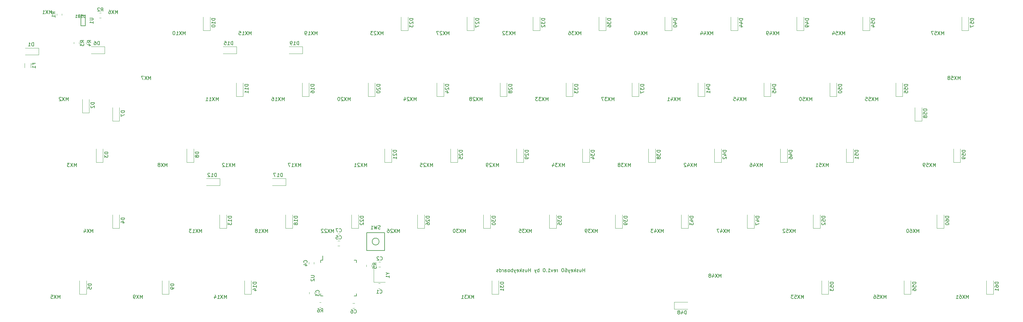
<source format=gbr>
%TF.GenerationSoftware,KiCad,Pcbnew,(5.1.10-1-10_14)*%
%TF.CreationDate,2021-08-25T09:42:14+09:00*%
%TF.ProjectId,pcb,7063622e-6b69-4636-9164-5f7063625858,rev?*%
%TF.SameCoordinates,Original*%
%TF.FileFunction,Legend,Bot*%
%TF.FilePolarity,Positive*%
%FSLAX46Y46*%
G04 Gerber Fmt 4.6, Leading zero omitted, Abs format (unit mm)*
G04 Created by KiCad (PCBNEW (5.1.10-1-10_14)) date 2021-08-25 09:42:14*
%MOMM*%
%LPD*%
G01*
G04 APERTURE LIST*
%ADD10C,0.150000*%
%ADD11C,0.120000*%
G04 APERTURE END LIST*
D10*
X188609285Y-105354380D02*
X188609285Y-104354380D01*
X188609285Y-104830571D02*
X188037857Y-104830571D01*
X188037857Y-105354380D02*
X188037857Y-104354380D01*
X187133095Y-104687714D02*
X187133095Y-105354380D01*
X187561666Y-104687714D02*
X187561666Y-105211523D01*
X187514047Y-105306761D01*
X187418809Y-105354380D01*
X187275952Y-105354380D01*
X187180714Y-105306761D01*
X187133095Y-105259142D01*
X186704523Y-105306761D02*
X186609285Y-105354380D01*
X186418809Y-105354380D01*
X186323571Y-105306761D01*
X186275952Y-105211523D01*
X186275952Y-105163904D01*
X186323571Y-105068666D01*
X186418809Y-105021047D01*
X186561666Y-105021047D01*
X186656904Y-104973428D01*
X186704523Y-104878190D01*
X186704523Y-104830571D01*
X186656904Y-104735333D01*
X186561666Y-104687714D01*
X186418809Y-104687714D01*
X186323571Y-104735333D01*
X185847380Y-105354380D02*
X185847380Y-104354380D01*
X185752142Y-104973428D02*
X185466428Y-105354380D01*
X185466428Y-104687714D02*
X185847380Y-105068666D01*
X184656904Y-105306761D02*
X184752142Y-105354380D01*
X184942619Y-105354380D01*
X185037857Y-105306761D01*
X185085476Y-105211523D01*
X185085476Y-104830571D01*
X185037857Y-104735333D01*
X184942619Y-104687714D01*
X184752142Y-104687714D01*
X184656904Y-104735333D01*
X184609285Y-104830571D01*
X184609285Y-104925809D01*
X185085476Y-105021047D01*
X184275952Y-104687714D02*
X184037857Y-105354380D01*
X183799761Y-104687714D02*
X184037857Y-105354380D01*
X184133095Y-105592476D01*
X184180714Y-105640095D01*
X184275952Y-105687714D01*
X182990238Y-104354380D02*
X183180714Y-104354380D01*
X183275952Y-104402000D01*
X183323571Y-104449619D01*
X183418809Y-104592476D01*
X183466428Y-104782952D01*
X183466428Y-105163904D01*
X183418809Y-105259142D01*
X183371190Y-105306761D01*
X183275952Y-105354380D01*
X183085476Y-105354380D01*
X182990238Y-105306761D01*
X182942619Y-105259142D01*
X182895000Y-105163904D01*
X182895000Y-104925809D01*
X182942619Y-104830571D01*
X182990238Y-104782952D01*
X183085476Y-104735333D01*
X183275952Y-104735333D01*
X183371190Y-104782952D01*
X183418809Y-104830571D01*
X183466428Y-104925809D01*
X182275952Y-104354380D02*
X182180714Y-104354380D01*
X182085476Y-104402000D01*
X182037857Y-104449619D01*
X181990238Y-104544857D01*
X181942619Y-104735333D01*
X181942619Y-104973428D01*
X181990238Y-105163904D01*
X182037857Y-105259142D01*
X182085476Y-105306761D01*
X182180714Y-105354380D01*
X182275952Y-105354380D01*
X182371190Y-105306761D01*
X182418809Y-105259142D01*
X182466428Y-105163904D01*
X182514047Y-104973428D01*
X182514047Y-104735333D01*
X182466428Y-104544857D01*
X182418809Y-104449619D01*
X182371190Y-104402000D01*
X182275952Y-104354380D01*
X180752142Y-105354380D02*
X180752142Y-104687714D01*
X180752142Y-104878190D02*
X180704523Y-104782952D01*
X180656904Y-104735333D01*
X180561666Y-104687714D01*
X180466428Y-104687714D01*
X179752142Y-105306761D02*
X179847380Y-105354380D01*
X180037857Y-105354380D01*
X180133095Y-105306761D01*
X180180714Y-105211523D01*
X180180714Y-104830571D01*
X180133095Y-104735333D01*
X180037857Y-104687714D01*
X179847380Y-104687714D01*
X179752142Y-104735333D01*
X179704523Y-104830571D01*
X179704523Y-104925809D01*
X180180714Y-105021047D01*
X179371190Y-104687714D02*
X179133095Y-105354380D01*
X178895000Y-104687714D01*
X177990238Y-105354380D02*
X178561666Y-105354380D01*
X178275952Y-105354380D02*
X178275952Y-104354380D01*
X178371190Y-104497238D01*
X178466428Y-104592476D01*
X178561666Y-104640095D01*
X177561666Y-105259142D02*
X177514047Y-105306761D01*
X177561666Y-105354380D01*
X177609285Y-105306761D01*
X177561666Y-105259142D01*
X177561666Y-105354380D01*
X176895000Y-104354380D02*
X176799761Y-104354380D01*
X176704523Y-104402000D01*
X176656904Y-104449619D01*
X176609285Y-104544857D01*
X176561666Y-104735333D01*
X176561666Y-104973428D01*
X176609285Y-105163904D01*
X176656904Y-105259142D01*
X176704523Y-105306761D01*
X176799761Y-105354380D01*
X176895000Y-105354380D01*
X176990238Y-105306761D01*
X177037857Y-105259142D01*
X177085476Y-105163904D01*
X177133095Y-104973428D01*
X177133095Y-104735333D01*
X177085476Y-104544857D01*
X177037857Y-104449619D01*
X176990238Y-104402000D01*
X176895000Y-104354380D01*
X175371190Y-105354380D02*
X175371190Y-104354380D01*
X175371190Y-104735333D02*
X175275952Y-104687714D01*
X175085476Y-104687714D01*
X174990238Y-104735333D01*
X174942619Y-104782952D01*
X174895000Y-104878190D01*
X174895000Y-105163904D01*
X174942619Y-105259142D01*
X174990238Y-105306761D01*
X175085476Y-105354380D01*
X175275952Y-105354380D01*
X175371190Y-105306761D01*
X174561666Y-104687714D02*
X174323571Y-105354380D01*
X174085476Y-104687714D02*
X174323571Y-105354380D01*
X174418809Y-105592476D01*
X174466428Y-105640095D01*
X174561666Y-105687714D01*
X172942619Y-105354380D02*
X172942619Y-104354380D01*
X172942619Y-104830571D02*
X172371190Y-104830571D01*
X172371190Y-105354380D02*
X172371190Y-104354380D01*
X171466428Y-104687714D02*
X171466428Y-105354380D01*
X171895000Y-104687714D02*
X171895000Y-105211523D01*
X171847380Y-105306761D01*
X171752142Y-105354380D01*
X171609285Y-105354380D01*
X171514047Y-105306761D01*
X171466428Y-105259142D01*
X171037857Y-105306761D02*
X170942619Y-105354380D01*
X170752142Y-105354380D01*
X170656904Y-105306761D01*
X170609285Y-105211523D01*
X170609285Y-105163904D01*
X170656904Y-105068666D01*
X170752142Y-105021047D01*
X170895000Y-105021047D01*
X170990238Y-104973428D01*
X171037857Y-104878190D01*
X171037857Y-104830571D01*
X170990238Y-104735333D01*
X170895000Y-104687714D01*
X170752142Y-104687714D01*
X170656904Y-104735333D01*
X170180714Y-105354380D02*
X170180714Y-104354380D01*
X170085476Y-104973428D02*
X169799761Y-105354380D01*
X169799761Y-104687714D02*
X170180714Y-105068666D01*
X168990238Y-105306761D02*
X169085476Y-105354380D01*
X169275952Y-105354380D01*
X169371190Y-105306761D01*
X169418809Y-105211523D01*
X169418809Y-104830571D01*
X169371190Y-104735333D01*
X169275952Y-104687714D01*
X169085476Y-104687714D01*
X168990238Y-104735333D01*
X168942619Y-104830571D01*
X168942619Y-104925809D01*
X169418809Y-105021047D01*
X168609285Y-104687714D02*
X168371190Y-105354380D01*
X168133095Y-104687714D02*
X168371190Y-105354380D01*
X168466428Y-105592476D01*
X168514047Y-105640095D01*
X168609285Y-105687714D01*
X167752142Y-105354380D02*
X167752142Y-104354380D01*
X167752142Y-104735333D02*
X167656904Y-104687714D01*
X167466428Y-104687714D01*
X167371190Y-104735333D01*
X167323571Y-104782952D01*
X167275952Y-104878190D01*
X167275952Y-105163904D01*
X167323571Y-105259142D01*
X167371190Y-105306761D01*
X167466428Y-105354380D01*
X167656904Y-105354380D01*
X167752142Y-105306761D01*
X166704523Y-105354380D02*
X166799761Y-105306761D01*
X166847380Y-105259142D01*
X166895000Y-105163904D01*
X166895000Y-104878190D01*
X166847380Y-104782952D01*
X166799761Y-104735333D01*
X166704523Y-104687714D01*
X166561666Y-104687714D01*
X166466428Y-104735333D01*
X166418809Y-104782952D01*
X166371190Y-104878190D01*
X166371190Y-105163904D01*
X166418809Y-105259142D01*
X166466428Y-105306761D01*
X166561666Y-105354380D01*
X166704523Y-105354380D01*
X165514047Y-105354380D02*
X165514047Y-104830571D01*
X165561666Y-104735333D01*
X165656904Y-104687714D01*
X165847380Y-104687714D01*
X165942619Y-104735333D01*
X165514047Y-105306761D02*
X165609285Y-105354380D01*
X165847380Y-105354380D01*
X165942619Y-105306761D01*
X165990238Y-105211523D01*
X165990238Y-105116285D01*
X165942619Y-105021047D01*
X165847380Y-104973428D01*
X165609285Y-104973428D01*
X165514047Y-104925809D01*
X165037857Y-105354380D02*
X165037857Y-104687714D01*
X165037857Y-104878190D02*
X164990238Y-104782952D01*
X164942619Y-104735333D01*
X164847380Y-104687714D01*
X164752142Y-104687714D01*
X163990238Y-105354380D02*
X163990238Y-104354380D01*
X163990238Y-105306761D02*
X164085476Y-105354380D01*
X164275952Y-105354380D01*
X164371190Y-105306761D01*
X164418809Y-105259142D01*
X164466428Y-105163904D01*
X164466428Y-104878190D01*
X164418809Y-104782952D01*
X164371190Y-104735333D01*
X164275952Y-104687714D01*
X164085476Y-104687714D01*
X163990238Y-104735333D01*
X163561666Y-105306761D02*
X163466428Y-105354380D01*
X163275952Y-105354380D01*
X163180714Y-105306761D01*
X163133095Y-105211523D01*
X163133095Y-105163904D01*
X163180714Y-105068666D01*
X163275952Y-105021047D01*
X163418809Y-105021047D01*
X163514047Y-104973428D01*
X163561666Y-104878190D01*
X163561666Y-104830571D01*
X163514047Y-104735333D01*
X163418809Y-104687714D01*
X163275952Y-104687714D01*
X163180714Y-104735333D01*
D11*
%TO.C,Y1*%
X130904250Y-108299000D02*
X127604250Y-108299000D01*
X127604250Y-108299000D02*
X127604250Y-104299000D01*
D10*
%TO.C,U2*%
X112300000Y-101981250D02*
X112875000Y-101981250D01*
X112300000Y-112331250D02*
X112975000Y-112331250D01*
X122650000Y-112331250D02*
X121975000Y-112331250D01*
X122650000Y-101981250D02*
X121975000Y-101981250D01*
X112300000Y-101981250D02*
X112300000Y-102656250D01*
X122650000Y-101981250D02*
X122650000Y-102656250D01*
X122650000Y-112331250D02*
X122650000Y-111656250D01*
X112300000Y-112331250D02*
X112300000Y-111656250D01*
X112875000Y-101981250D02*
X112875000Y-100706250D01*
%TO.C,U1*%
X44322000Y-34213500D02*
X43022000Y-34213500D01*
X44322000Y-31313500D02*
X44322000Y-34213500D01*
X43022000Y-31313500D02*
X44322000Y-31313500D01*
X43022000Y-31313500D02*
X43022000Y-34213500D01*
%TO.C,SW1*%
X129174750Y-96583500D02*
G75*
G03*
X129174750Y-96583500I-1000000J0D01*
G01*
X125574750Y-93983500D02*
X125574750Y-99183500D01*
X130774750Y-93983500D02*
X125574750Y-93983500D01*
X130774750Y-99183500D02*
X130774750Y-93983500D01*
X125574750Y-99183500D02*
X130774750Y-99183500D01*
D11*
%TO.C,R6*%
X111945686Y-115606500D02*
X112399814Y-115606500D01*
X111945686Y-114136500D02*
X112399814Y-114136500D01*
%TO.C,R5*%
X127004750Y-103795564D02*
X127004750Y-103341436D01*
X125534750Y-103795564D02*
X125534750Y-103341436D01*
%TO.C,R4*%
X44550000Y-39470064D02*
X44550000Y-39015936D01*
X43080000Y-39470064D02*
X43080000Y-39015936D01*
%TO.C,R3*%
X42518000Y-39446564D02*
X42518000Y-38992436D01*
X41048000Y-39446564D02*
X41048000Y-38992436D01*
%TO.C,R2*%
X48868064Y-30507000D02*
X48413936Y-30507000D01*
X48868064Y-31977000D02*
X48413936Y-31977000D01*
%TO.C,R1*%
X36095000Y-30760936D02*
X36095000Y-31215064D01*
X37565000Y-30760936D02*
X37565000Y-31215064D01*
%TO.C,F1*%
X28596000Y-46322064D02*
X28596000Y-45117936D01*
X26776000Y-46322064D02*
X26776000Y-45117936D01*
%TO.C,D61*%
X306593750Y-111787500D02*
X304593750Y-111787500D01*
X304593750Y-111787500D02*
X304593750Y-107887500D01*
X306593750Y-111787500D02*
X306593750Y-107887500D01*
%TO.C,D60*%
X292306250Y-92737500D02*
X290306250Y-92737500D01*
X290306250Y-92737500D02*
X290306250Y-88837500D01*
X292306250Y-92737500D02*
X292306250Y-88837500D01*
%TO.C,D59*%
X297068750Y-73687500D02*
X295068750Y-73687500D01*
X295068750Y-73687500D02*
X295068750Y-69787500D01*
X297068750Y-73687500D02*
X297068750Y-69787500D01*
%TO.C,D58*%
X285956250Y-61781250D02*
X283956250Y-61781250D01*
X283956250Y-61781250D02*
X283956250Y-57881250D01*
X285956250Y-61781250D02*
X285956250Y-57881250D01*
%TO.C,D57*%
X299450000Y-35587500D02*
X297450000Y-35587500D01*
X297450000Y-35587500D02*
X297450000Y-31687500D01*
X299450000Y-35587500D02*
X299450000Y-31687500D01*
%TO.C,D56*%
X282781250Y-111787500D02*
X280781250Y-111787500D01*
X280781250Y-111787500D02*
X280781250Y-107887500D01*
X282781250Y-111787500D02*
X282781250Y-107887500D01*
%TO.C,D55*%
X280400000Y-54637500D02*
X278400000Y-54637500D01*
X278400000Y-54637500D02*
X278400000Y-50737500D01*
X280400000Y-54637500D02*
X280400000Y-50737500D01*
%TO.C,D54*%
X270875000Y-35587500D02*
X268875000Y-35587500D01*
X268875000Y-35587500D02*
X268875000Y-31687500D01*
X270875000Y-35587500D02*
X270875000Y-31687500D01*
%TO.C,D53*%
X258968750Y-111787500D02*
X256968750Y-111787500D01*
X256968750Y-111787500D02*
X256968750Y-107887500D01*
X258968750Y-111787500D02*
X258968750Y-107887500D01*
%TO.C,D52*%
X256587500Y-92737500D02*
X254587500Y-92737500D01*
X254587500Y-92737500D02*
X254587500Y-88837500D01*
X256587500Y-92737500D02*
X256587500Y-88837500D01*
%TO.C,D51*%
X266112500Y-73687500D02*
X264112500Y-73687500D01*
X264112500Y-73687500D02*
X264112500Y-69787500D01*
X266112500Y-73687500D02*
X266112500Y-69787500D01*
%TO.C,D50*%
X261350000Y-54637500D02*
X259350000Y-54637500D01*
X259350000Y-54637500D02*
X259350000Y-50737500D01*
X261350000Y-54637500D02*
X261350000Y-50737500D01*
%TO.C,D49*%
X251825000Y-35587500D02*
X249825000Y-35587500D01*
X249825000Y-35587500D02*
X249825000Y-31687500D01*
X251825000Y-35587500D02*
X251825000Y-31687500D01*
%TO.C,D48*%
X214443750Y-116093750D02*
X214443750Y-114093750D01*
X214443750Y-114093750D02*
X218343750Y-114093750D01*
X214443750Y-116093750D02*
X218343750Y-116093750D01*
%TO.C,D47*%
X237537500Y-92737500D02*
X235537500Y-92737500D01*
X235537500Y-92737500D02*
X235537500Y-88837500D01*
X237537500Y-92737500D02*
X237537500Y-88837500D01*
%TO.C,D46*%
X247062500Y-73687500D02*
X245062500Y-73687500D01*
X245062500Y-73687500D02*
X245062500Y-69787500D01*
X247062500Y-73687500D02*
X247062500Y-69787500D01*
%TO.C,D45*%
X242300000Y-54637500D02*
X240300000Y-54637500D01*
X240300000Y-54637500D02*
X240300000Y-50737500D01*
X242300000Y-54637500D02*
X242300000Y-50737500D01*
%TO.C,D44*%
X232775000Y-35587500D02*
X230775000Y-35587500D01*
X230775000Y-35587500D02*
X230775000Y-31687500D01*
X232775000Y-35587500D02*
X232775000Y-31687500D01*
%TO.C,D43*%
X218487500Y-92737500D02*
X216487500Y-92737500D01*
X216487500Y-92737500D02*
X216487500Y-88837500D01*
X218487500Y-92737500D02*
X218487500Y-88837500D01*
%TO.C,D42*%
X228012500Y-73687500D02*
X226012500Y-73687500D01*
X226012500Y-73687500D02*
X226012500Y-69787500D01*
X228012500Y-73687500D02*
X228012500Y-69787500D01*
%TO.C,D41*%
X223250000Y-54637500D02*
X221250000Y-54637500D01*
X221250000Y-54637500D02*
X221250000Y-50737500D01*
X223250000Y-54637500D02*
X223250000Y-50737500D01*
%TO.C,D40*%
X213725000Y-35587500D02*
X211725000Y-35587500D01*
X211725000Y-35587500D02*
X211725000Y-31687500D01*
X213725000Y-35587500D02*
X213725000Y-31687500D01*
%TO.C,D39*%
X199437500Y-92737500D02*
X197437500Y-92737500D01*
X197437500Y-92737500D02*
X197437500Y-88837500D01*
X199437500Y-92737500D02*
X199437500Y-88837500D01*
%TO.C,D38*%
X208962500Y-73687500D02*
X206962500Y-73687500D01*
X206962500Y-73687500D02*
X206962500Y-69787500D01*
X208962500Y-73687500D02*
X208962500Y-69787500D01*
%TO.C,D37*%
X204200000Y-54637500D02*
X202200000Y-54637500D01*
X202200000Y-54637500D02*
X202200000Y-50737500D01*
X204200000Y-54637500D02*
X204200000Y-50737500D01*
%TO.C,D36*%
X194675000Y-35587500D02*
X192675000Y-35587500D01*
X192675000Y-35587500D02*
X192675000Y-31687500D01*
X194675000Y-35587500D02*
X194675000Y-31687500D01*
%TO.C,D35*%
X180387500Y-92737500D02*
X178387500Y-92737500D01*
X178387500Y-92737500D02*
X178387500Y-88837500D01*
X180387500Y-92737500D02*
X180387500Y-88837500D01*
%TO.C,D34*%
X189912500Y-73687500D02*
X187912500Y-73687500D01*
X187912500Y-73687500D02*
X187912500Y-69787500D01*
X189912500Y-73687500D02*
X189912500Y-69787500D01*
%TO.C,D33*%
X185150000Y-54637500D02*
X183150000Y-54637500D01*
X183150000Y-54637500D02*
X183150000Y-50737500D01*
X185150000Y-54637500D02*
X185150000Y-50737500D01*
%TO.C,D32*%
X175625000Y-35587500D02*
X173625000Y-35587500D01*
X173625000Y-35587500D02*
X173625000Y-31687500D01*
X175625000Y-35587500D02*
X175625000Y-31687500D01*
%TO.C,D31*%
X163718750Y-111787500D02*
X161718750Y-111787500D01*
X161718750Y-111787500D02*
X161718750Y-107887500D01*
X163718750Y-111787500D02*
X163718750Y-107887500D01*
%TO.C,D30*%
X161337500Y-92737500D02*
X159337500Y-92737500D01*
X159337500Y-92737500D02*
X159337500Y-88837500D01*
X161337500Y-92737500D02*
X161337500Y-88837500D01*
%TO.C,D29*%
X170862500Y-73687500D02*
X168862500Y-73687500D01*
X168862500Y-73687500D02*
X168862500Y-69787500D01*
X170862500Y-73687500D02*
X170862500Y-69787500D01*
%TO.C,D28*%
X166100000Y-54637500D02*
X164100000Y-54637500D01*
X164100000Y-54637500D02*
X164100000Y-50737500D01*
X166100000Y-54637500D02*
X166100000Y-50737500D01*
%TO.C,D27*%
X156575000Y-35587500D02*
X154575000Y-35587500D01*
X154575000Y-35587500D02*
X154575000Y-31687500D01*
X156575000Y-35587500D02*
X156575000Y-31687500D01*
%TO.C,D26*%
X142287500Y-92737500D02*
X140287500Y-92737500D01*
X140287500Y-92737500D02*
X140287500Y-88837500D01*
X142287500Y-92737500D02*
X142287500Y-88837500D01*
%TO.C,D25*%
X151812500Y-73687500D02*
X149812500Y-73687500D01*
X149812500Y-73687500D02*
X149812500Y-69787500D01*
X151812500Y-73687500D02*
X151812500Y-69787500D01*
%TO.C,D24*%
X147843750Y-54637500D02*
X145843750Y-54637500D01*
X145843750Y-54637500D02*
X145843750Y-50737500D01*
X147843750Y-54637500D02*
X147843750Y-50737500D01*
%TO.C,D23*%
X137525000Y-35587500D02*
X135525000Y-35587500D01*
X135525000Y-35587500D02*
X135525000Y-31687500D01*
X137525000Y-35587500D02*
X137525000Y-31687500D01*
%TO.C,D22*%
X123237500Y-92737500D02*
X121237500Y-92737500D01*
X121237500Y-92737500D02*
X121237500Y-88837500D01*
X123237500Y-92737500D02*
X123237500Y-88837500D01*
%TO.C,D21*%
X132762500Y-73687500D02*
X130762500Y-73687500D01*
X130762500Y-73687500D02*
X130762500Y-69787500D01*
X132762500Y-73687500D02*
X132762500Y-69787500D01*
%TO.C,D20*%
X128000000Y-54637500D02*
X126000000Y-54637500D01*
X126000000Y-54637500D02*
X126000000Y-50737500D01*
X128000000Y-54637500D02*
X128000000Y-50737500D01*
%TO.C,D19*%
X107025000Y-40275000D02*
X107025000Y-42275000D01*
X107025000Y-42275000D02*
X103125000Y-42275000D01*
X107025000Y-40275000D02*
X103125000Y-40275000D01*
%TO.C,D18*%
X104187500Y-92737500D02*
X102187500Y-92737500D01*
X102187500Y-92737500D02*
X102187500Y-88837500D01*
X104187500Y-92737500D02*
X104187500Y-88837500D01*
%TO.C,D17*%
X102262500Y-78375000D02*
X102262500Y-80375000D01*
X102262500Y-80375000D02*
X98362500Y-80375000D01*
X102262500Y-78375000D02*
X98362500Y-78375000D01*
%TO.C,D16*%
X108950000Y-54637500D02*
X106950000Y-54637500D01*
X106950000Y-54637500D02*
X106950000Y-50737500D01*
X108950000Y-54637500D02*
X108950000Y-50737500D01*
%TO.C,D15*%
X87975000Y-40275000D02*
X87975000Y-42275000D01*
X87975000Y-42275000D02*
X84075000Y-42275000D01*
X87975000Y-40275000D02*
X84075000Y-40275000D01*
%TO.C,D14*%
X92281250Y-111787500D02*
X90281250Y-111787500D01*
X90281250Y-111787500D02*
X90281250Y-107887500D01*
X92281250Y-111787500D02*
X92281250Y-107887500D01*
%TO.C,D13*%
X85137500Y-92737500D02*
X83137500Y-92737500D01*
X83137500Y-92737500D02*
X83137500Y-88837500D01*
X85137500Y-92737500D02*
X85137500Y-88837500D01*
%TO.C,D12*%
X83212500Y-78375000D02*
X83212500Y-80375000D01*
X83212500Y-80375000D02*
X79312500Y-80375000D01*
X83212500Y-78375000D02*
X79312500Y-78375000D01*
%TO.C,D11*%
X89900000Y-54637500D02*
X87900000Y-54637500D01*
X87900000Y-54637500D02*
X87900000Y-50737500D01*
X89900000Y-54637500D02*
X89900000Y-50737500D01*
%TO.C,D10*%
X80375000Y-35587500D02*
X78375000Y-35587500D01*
X78375000Y-35587500D02*
X78375000Y-31687500D01*
X80375000Y-35587500D02*
X80375000Y-31687500D01*
%TO.C,D9*%
X68468750Y-111787500D02*
X66468750Y-111787500D01*
X66468750Y-111787500D02*
X66468750Y-107887500D01*
X68468750Y-111787500D02*
X68468750Y-107887500D01*
%TO.C,D8*%
X75612500Y-73687500D02*
X73612500Y-73687500D01*
X73612500Y-73687500D02*
X73612500Y-69787500D01*
X75612500Y-73687500D02*
X75612500Y-69787500D01*
%TO.C,D7*%
X54181250Y-61781250D02*
X52181250Y-61781250D01*
X52181250Y-61781250D02*
X52181250Y-57881250D01*
X54181250Y-61781250D02*
X54181250Y-57881250D01*
%TO.C,D6*%
X49875000Y-40275000D02*
X49875000Y-42275000D01*
X49875000Y-42275000D02*
X45975000Y-42275000D01*
X49875000Y-40275000D02*
X45975000Y-40275000D01*
%TO.C,D5*%
X44656250Y-111787500D02*
X42656250Y-111787500D01*
X42656250Y-111787500D02*
X42656250Y-107887500D01*
X44656250Y-111787500D02*
X44656250Y-107887500D01*
%TO.C,D4*%
X54181250Y-92737500D02*
X52181250Y-92737500D01*
X52181250Y-92737500D02*
X52181250Y-88837500D01*
X54181250Y-92737500D02*
X54181250Y-88837500D01*
%TO.C,D3*%
X49418750Y-73687500D02*
X47418750Y-73687500D01*
X47418750Y-73687500D02*
X47418750Y-69787500D01*
X49418750Y-73687500D02*
X49418750Y-69787500D01*
%TO.C,D2*%
X45450000Y-59400000D02*
X43450000Y-59400000D01*
X43450000Y-59400000D02*
X43450000Y-55500000D01*
X45450000Y-59400000D02*
X45450000Y-55500000D01*
%TO.C,D1*%
X30887500Y-40656000D02*
X30887500Y-42656000D01*
X30887500Y-42656000D02*
X26987500Y-42656000D01*
X30887500Y-40656000D02*
X26987500Y-40656000D01*
%TO.C,C7*%
X117768002Y-94324500D02*
X117245498Y-94324500D01*
X117768002Y-95794500D02*
X117245498Y-95794500D01*
%TO.C,C6*%
X121563498Y-115860500D02*
X122086002Y-115860500D01*
X121563498Y-114390500D02*
X122086002Y-114390500D01*
%TO.C,C5*%
X117768002Y-96356500D02*
X117245498Y-96356500D01*
X117768002Y-97826500D02*
X117245498Y-97826500D01*
%TO.C,C4*%
X108897750Y-102545248D02*
X108897750Y-103067752D01*
X110367750Y-102545248D02*
X110367750Y-103067752D01*
%TO.C,C3*%
X110494750Y-111703752D02*
X110494750Y-111181248D01*
X109024750Y-111703752D02*
X109024750Y-111181248D01*
%TO.C,C2*%
X129579002Y-102452500D02*
X129056498Y-102452500D01*
X129579002Y-103922500D02*
X129056498Y-103922500D01*
%TO.C,C1*%
X128992998Y-110145500D02*
X129515502Y-110145500D01*
X128992998Y-108675500D02*
X129515502Y-108675500D01*
%TO.C,MX31*%
D10*
X156543154Y-113037880D02*
X156543154Y-112037880D01*
X156209821Y-112752166D01*
X155876488Y-112037880D01*
X155876488Y-113037880D01*
X155495535Y-112037880D02*
X154828869Y-113037880D01*
X154828869Y-112037880D02*
X155495535Y-113037880D01*
X154543154Y-112037880D02*
X153924107Y-112037880D01*
X154257440Y-112418833D01*
X154114583Y-112418833D01*
X154019345Y-112466452D01*
X153971726Y-112514071D01*
X153924107Y-112609309D01*
X153924107Y-112847404D01*
X153971726Y-112942642D01*
X154019345Y-112990261D01*
X154114583Y-113037880D01*
X154400297Y-113037880D01*
X154495535Y-112990261D01*
X154543154Y-112942642D01*
X152971726Y-113037880D02*
X153543154Y-113037880D01*
X153257440Y-113037880D02*
X153257440Y-112037880D01*
X153352678Y-112180738D01*
X153447916Y-112275976D01*
X153543154Y-112323595D01*
%TO.C,Y1*%
X131680440Y-105822809D02*
X132156630Y-105822809D01*
X131156630Y-105489476D02*
X131680440Y-105822809D01*
X131156630Y-106156142D01*
X132156630Y-107013285D02*
X132156630Y-106441857D01*
X132156630Y-106727571D02*
X131156630Y-106727571D01*
X131299488Y-106632333D01*
X131394726Y-106537095D01*
X131442345Y-106441857D01*
%TO.C,USB1*%
X44316476Y-31036904D02*
X44316476Y-31684523D01*
X44278380Y-31760714D01*
X44240285Y-31798809D01*
X44164095Y-31836904D01*
X44011714Y-31836904D01*
X43935523Y-31798809D01*
X43897428Y-31760714D01*
X43859333Y-31684523D01*
X43859333Y-31036904D01*
X43516476Y-31798809D02*
X43402190Y-31836904D01*
X43211714Y-31836904D01*
X43135523Y-31798809D01*
X43097428Y-31760714D01*
X43059333Y-31684523D01*
X43059333Y-31608333D01*
X43097428Y-31532142D01*
X43135523Y-31494047D01*
X43211714Y-31455952D01*
X43364095Y-31417857D01*
X43440285Y-31379761D01*
X43478380Y-31341666D01*
X43516476Y-31265476D01*
X43516476Y-31189285D01*
X43478380Y-31113095D01*
X43440285Y-31075000D01*
X43364095Y-31036904D01*
X43173619Y-31036904D01*
X43059333Y-31075000D01*
X42449809Y-31417857D02*
X42335523Y-31455952D01*
X42297428Y-31494047D01*
X42259333Y-31570238D01*
X42259333Y-31684523D01*
X42297428Y-31760714D01*
X42335523Y-31798809D01*
X42411714Y-31836904D01*
X42716476Y-31836904D01*
X42716476Y-31036904D01*
X42449809Y-31036904D01*
X42373619Y-31075000D01*
X42335523Y-31113095D01*
X42297428Y-31189285D01*
X42297428Y-31265476D01*
X42335523Y-31341666D01*
X42373619Y-31379761D01*
X42449809Y-31417857D01*
X42716476Y-31417857D01*
X41497428Y-31836904D02*
X41954571Y-31836904D01*
X41726000Y-31836904D02*
X41726000Y-31036904D01*
X41802190Y-31151190D01*
X41878380Y-31227380D01*
X41954571Y-31265476D01*
%TO.C,U2*%
X109477380Y-106394345D02*
X110286904Y-106394345D01*
X110382142Y-106441964D01*
X110429761Y-106489583D01*
X110477380Y-106584821D01*
X110477380Y-106775297D01*
X110429761Y-106870535D01*
X110382142Y-106918154D01*
X110286904Y-106965773D01*
X109477380Y-106965773D01*
X109572619Y-107394345D02*
X109525000Y-107441964D01*
X109477380Y-107537202D01*
X109477380Y-107775297D01*
X109525000Y-107870535D01*
X109572619Y-107918154D01*
X109667857Y-107965773D01*
X109763095Y-107965773D01*
X109905952Y-107918154D01*
X110477380Y-107346726D01*
X110477380Y-107965773D01*
%TO.C,U1*%
X45574380Y-32001595D02*
X46383904Y-32001595D01*
X46479142Y-32049214D01*
X46526761Y-32096833D01*
X46574380Y-32192071D01*
X46574380Y-32382547D01*
X46526761Y-32477785D01*
X46479142Y-32525404D01*
X46383904Y-32573023D01*
X45574380Y-32573023D01*
X46574380Y-33573023D02*
X46574380Y-33001595D01*
X46574380Y-33287309D02*
X45574380Y-33287309D01*
X45717238Y-33192071D01*
X45812476Y-33096833D01*
X45860095Y-33001595D01*
%TO.C,SW1*%
X129508083Y-92924261D02*
X129365226Y-92971880D01*
X129127130Y-92971880D01*
X129031892Y-92924261D01*
X128984273Y-92876642D01*
X128936654Y-92781404D01*
X128936654Y-92686166D01*
X128984273Y-92590928D01*
X129031892Y-92543309D01*
X129127130Y-92495690D01*
X129317607Y-92448071D01*
X129412845Y-92400452D01*
X129460464Y-92352833D01*
X129508083Y-92257595D01*
X129508083Y-92162357D01*
X129460464Y-92067119D01*
X129412845Y-92019500D01*
X129317607Y-91971880D01*
X129079511Y-91971880D01*
X128936654Y-92019500D01*
X128603321Y-91971880D02*
X128365226Y-92971880D01*
X128174750Y-92257595D01*
X127984273Y-92971880D01*
X127746178Y-91971880D01*
X126841416Y-92971880D02*
X127412845Y-92971880D01*
X127127130Y-92971880D02*
X127127130Y-91971880D01*
X127222369Y-92114738D01*
X127317607Y-92209976D01*
X127412845Y-92257595D01*
%TO.C,R6*%
X112339416Y-116973880D02*
X112672750Y-116497690D01*
X112910845Y-116973880D02*
X112910845Y-115973880D01*
X112529892Y-115973880D01*
X112434654Y-116021500D01*
X112387035Y-116069119D01*
X112339416Y-116164357D01*
X112339416Y-116307214D01*
X112387035Y-116402452D01*
X112434654Y-116450071D01*
X112529892Y-116497690D01*
X112910845Y-116497690D01*
X111482273Y-115973880D02*
X111672750Y-115973880D01*
X111767988Y-116021500D01*
X111815607Y-116069119D01*
X111910845Y-116211976D01*
X111958464Y-116402452D01*
X111958464Y-116783404D01*
X111910845Y-116878642D01*
X111863226Y-116926261D01*
X111767988Y-116973880D01*
X111577511Y-116973880D01*
X111482273Y-116926261D01*
X111434654Y-116878642D01*
X111387035Y-116783404D01*
X111387035Y-116545309D01*
X111434654Y-116450071D01*
X111482273Y-116402452D01*
X111577511Y-116354833D01*
X111767988Y-116354833D01*
X111863226Y-116402452D01*
X111910845Y-116450071D01*
X111958464Y-116545309D01*
%TO.C,R5*%
X128372130Y-103401833D02*
X127895940Y-103068500D01*
X128372130Y-102830404D02*
X127372130Y-102830404D01*
X127372130Y-103211357D01*
X127419750Y-103306595D01*
X127467369Y-103354214D01*
X127562607Y-103401833D01*
X127705464Y-103401833D01*
X127800702Y-103354214D01*
X127848321Y-103306595D01*
X127895940Y-103211357D01*
X127895940Y-102830404D01*
X127372130Y-104306595D02*
X127372130Y-103830404D01*
X127848321Y-103782785D01*
X127800702Y-103830404D01*
X127753083Y-103925642D01*
X127753083Y-104163738D01*
X127800702Y-104258976D01*
X127848321Y-104306595D01*
X127943559Y-104354214D01*
X128181654Y-104354214D01*
X128276892Y-104306595D01*
X128324511Y-104258976D01*
X128372130Y-104163738D01*
X128372130Y-103925642D01*
X128324511Y-103830404D01*
X128276892Y-103782785D01*
%TO.C,R4*%
X45917380Y-39076333D02*
X45441190Y-38743000D01*
X45917380Y-38504904D02*
X44917380Y-38504904D01*
X44917380Y-38885857D01*
X44965000Y-38981095D01*
X45012619Y-39028714D01*
X45107857Y-39076333D01*
X45250714Y-39076333D01*
X45345952Y-39028714D01*
X45393571Y-38981095D01*
X45441190Y-38885857D01*
X45441190Y-38504904D01*
X45250714Y-39933476D02*
X45917380Y-39933476D01*
X44869761Y-39695380D02*
X45584047Y-39457285D01*
X45584047Y-40076333D01*
%TO.C,R3*%
X43885380Y-39052833D02*
X43409190Y-38719500D01*
X43885380Y-38481404D02*
X42885380Y-38481404D01*
X42885380Y-38862357D01*
X42933000Y-38957595D01*
X42980619Y-39005214D01*
X43075857Y-39052833D01*
X43218714Y-39052833D01*
X43313952Y-39005214D01*
X43361571Y-38957595D01*
X43409190Y-38862357D01*
X43409190Y-38481404D01*
X42885380Y-39386166D02*
X42885380Y-40005214D01*
X43266333Y-39671880D01*
X43266333Y-39814738D01*
X43313952Y-39909976D01*
X43361571Y-39957595D01*
X43456809Y-40005214D01*
X43694904Y-40005214D01*
X43790142Y-39957595D01*
X43837761Y-39909976D01*
X43885380Y-39814738D01*
X43885380Y-39529023D01*
X43837761Y-39433785D01*
X43790142Y-39386166D01*
%TO.C,R2*%
X48807666Y-30044380D02*
X49141000Y-29568190D01*
X49379095Y-30044380D02*
X49379095Y-29044380D01*
X48998142Y-29044380D01*
X48902904Y-29092000D01*
X48855285Y-29139619D01*
X48807666Y-29234857D01*
X48807666Y-29377714D01*
X48855285Y-29472952D01*
X48902904Y-29520571D01*
X48998142Y-29568190D01*
X49379095Y-29568190D01*
X48426714Y-29139619D02*
X48379095Y-29092000D01*
X48283857Y-29044380D01*
X48045761Y-29044380D01*
X47950523Y-29092000D01*
X47902904Y-29139619D01*
X47855285Y-29234857D01*
X47855285Y-29330095D01*
X47902904Y-29472952D01*
X48474333Y-30044380D01*
X47855285Y-30044380D01*
%TO.C,R1*%
X35632380Y-30821333D02*
X35156190Y-30488000D01*
X35632380Y-30249904D02*
X34632380Y-30249904D01*
X34632380Y-30630857D01*
X34680000Y-30726095D01*
X34727619Y-30773714D01*
X34822857Y-30821333D01*
X34965714Y-30821333D01*
X35060952Y-30773714D01*
X35108571Y-30726095D01*
X35156190Y-30630857D01*
X35156190Y-30249904D01*
X35632380Y-31773714D02*
X35632380Y-31202285D01*
X35632380Y-31488000D02*
X34632380Y-31488000D01*
X34775238Y-31392761D01*
X34870476Y-31297523D01*
X34918095Y-31202285D01*
%TO.C,MX61*%
X299418154Y-113037880D02*
X299418154Y-112037880D01*
X299084821Y-112752166D01*
X298751488Y-112037880D01*
X298751488Y-113037880D01*
X298370535Y-112037880D02*
X297703869Y-113037880D01*
X297703869Y-112037880D02*
X298370535Y-113037880D01*
X296894345Y-112037880D02*
X297084821Y-112037880D01*
X297180059Y-112085500D01*
X297227678Y-112133119D01*
X297322916Y-112275976D01*
X297370535Y-112466452D01*
X297370535Y-112847404D01*
X297322916Y-112942642D01*
X297275297Y-112990261D01*
X297180059Y-113037880D01*
X296989583Y-113037880D01*
X296894345Y-112990261D01*
X296846726Y-112942642D01*
X296799107Y-112847404D01*
X296799107Y-112609309D01*
X296846726Y-112514071D01*
X296894345Y-112466452D01*
X296989583Y-112418833D01*
X297180059Y-112418833D01*
X297275297Y-112466452D01*
X297322916Y-112514071D01*
X297370535Y-112609309D01*
X295846726Y-113037880D02*
X296418154Y-113037880D01*
X296132440Y-113037880D02*
X296132440Y-112037880D01*
X296227678Y-112180738D01*
X296322916Y-112275976D01*
X296418154Y-112323595D01*
%TO.C,MX60*%
X285130654Y-93987880D02*
X285130654Y-92987880D01*
X284797321Y-93702166D01*
X284463988Y-92987880D01*
X284463988Y-93987880D01*
X284083035Y-92987880D02*
X283416369Y-93987880D01*
X283416369Y-92987880D02*
X284083035Y-93987880D01*
X282606845Y-92987880D02*
X282797321Y-92987880D01*
X282892559Y-93035500D01*
X282940178Y-93083119D01*
X283035416Y-93225976D01*
X283083035Y-93416452D01*
X283083035Y-93797404D01*
X283035416Y-93892642D01*
X282987797Y-93940261D01*
X282892559Y-93987880D01*
X282702083Y-93987880D01*
X282606845Y-93940261D01*
X282559226Y-93892642D01*
X282511607Y-93797404D01*
X282511607Y-93559309D01*
X282559226Y-93464071D01*
X282606845Y-93416452D01*
X282702083Y-93368833D01*
X282892559Y-93368833D01*
X282987797Y-93416452D01*
X283035416Y-93464071D01*
X283083035Y-93559309D01*
X281892559Y-92987880D02*
X281797321Y-92987880D01*
X281702083Y-93035500D01*
X281654464Y-93083119D01*
X281606845Y-93178357D01*
X281559226Y-93368833D01*
X281559226Y-93606928D01*
X281606845Y-93797404D01*
X281654464Y-93892642D01*
X281702083Y-93940261D01*
X281797321Y-93987880D01*
X281892559Y-93987880D01*
X281987797Y-93940261D01*
X282035416Y-93892642D01*
X282083035Y-93797404D01*
X282130654Y-93606928D01*
X282130654Y-93368833D01*
X282083035Y-93178357D01*
X282035416Y-93083119D01*
X281987797Y-93035500D01*
X281892559Y-92987880D01*
%TO.C,MX59*%
X289893154Y-74937880D02*
X289893154Y-73937880D01*
X289559821Y-74652166D01*
X289226488Y-73937880D01*
X289226488Y-74937880D01*
X288845535Y-73937880D02*
X288178869Y-74937880D01*
X288178869Y-73937880D02*
X288845535Y-74937880D01*
X287321726Y-73937880D02*
X287797916Y-73937880D01*
X287845535Y-74414071D01*
X287797916Y-74366452D01*
X287702678Y-74318833D01*
X287464583Y-74318833D01*
X287369345Y-74366452D01*
X287321726Y-74414071D01*
X287274107Y-74509309D01*
X287274107Y-74747404D01*
X287321726Y-74842642D01*
X287369345Y-74890261D01*
X287464583Y-74937880D01*
X287702678Y-74937880D01*
X287797916Y-74890261D01*
X287845535Y-74842642D01*
X286797916Y-74937880D02*
X286607440Y-74937880D01*
X286512202Y-74890261D01*
X286464583Y-74842642D01*
X286369345Y-74699785D01*
X286321726Y-74509309D01*
X286321726Y-74128357D01*
X286369345Y-74033119D01*
X286416964Y-73985500D01*
X286512202Y-73937880D01*
X286702678Y-73937880D01*
X286797916Y-73985500D01*
X286845535Y-74033119D01*
X286893154Y-74128357D01*
X286893154Y-74366452D01*
X286845535Y-74461690D01*
X286797916Y-74509309D01*
X286702678Y-74556928D01*
X286512202Y-74556928D01*
X286416964Y-74509309D01*
X286369345Y-74461690D01*
X286321726Y-74366452D01*
%TO.C,MX58*%
X297036904Y-49791880D02*
X297036904Y-48791880D01*
X296703571Y-49506166D01*
X296370238Y-48791880D01*
X296370238Y-49791880D01*
X295989285Y-48791880D02*
X295322619Y-49791880D01*
X295322619Y-48791880D02*
X295989285Y-49791880D01*
X294465476Y-48791880D02*
X294941666Y-48791880D01*
X294989285Y-49268071D01*
X294941666Y-49220452D01*
X294846428Y-49172833D01*
X294608333Y-49172833D01*
X294513095Y-49220452D01*
X294465476Y-49268071D01*
X294417857Y-49363309D01*
X294417857Y-49601404D01*
X294465476Y-49696642D01*
X294513095Y-49744261D01*
X294608333Y-49791880D01*
X294846428Y-49791880D01*
X294941666Y-49744261D01*
X294989285Y-49696642D01*
X293846428Y-49220452D02*
X293941666Y-49172833D01*
X293989285Y-49125214D01*
X294036904Y-49029976D01*
X294036904Y-48982357D01*
X293989285Y-48887119D01*
X293941666Y-48839500D01*
X293846428Y-48791880D01*
X293655952Y-48791880D01*
X293560714Y-48839500D01*
X293513095Y-48887119D01*
X293465476Y-48982357D01*
X293465476Y-49029976D01*
X293513095Y-49125214D01*
X293560714Y-49172833D01*
X293655952Y-49220452D01*
X293846428Y-49220452D01*
X293941666Y-49268071D01*
X293989285Y-49315690D01*
X294036904Y-49410928D01*
X294036904Y-49601404D01*
X293989285Y-49696642D01*
X293941666Y-49744261D01*
X293846428Y-49791880D01*
X293655952Y-49791880D01*
X293560714Y-49744261D01*
X293513095Y-49696642D01*
X293465476Y-49601404D01*
X293465476Y-49410928D01*
X293513095Y-49315690D01*
X293560714Y-49268071D01*
X293655952Y-49220452D01*
%TO.C,MX57*%
X292274404Y-36837880D02*
X292274404Y-35837880D01*
X291941071Y-36552166D01*
X291607738Y-35837880D01*
X291607738Y-36837880D01*
X291226785Y-35837880D02*
X290560119Y-36837880D01*
X290560119Y-35837880D02*
X291226785Y-36837880D01*
X289702976Y-35837880D02*
X290179166Y-35837880D01*
X290226785Y-36314071D01*
X290179166Y-36266452D01*
X290083928Y-36218833D01*
X289845833Y-36218833D01*
X289750595Y-36266452D01*
X289702976Y-36314071D01*
X289655357Y-36409309D01*
X289655357Y-36647404D01*
X289702976Y-36742642D01*
X289750595Y-36790261D01*
X289845833Y-36837880D01*
X290083928Y-36837880D01*
X290179166Y-36790261D01*
X290226785Y-36742642D01*
X289322023Y-35837880D02*
X288655357Y-35837880D01*
X289083928Y-36837880D01*
%TO.C,MX56*%
X275605654Y-113037880D02*
X275605654Y-112037880D01*
X275272321Y-112752166D01*
X274938988Y-112037880D01*
X274938988Y-113037880D01*
X274558035Y-112037880D02*
X273891369Y-113037880D01*
X273891369Y-112037880D02*
X274558035Y-113037880D01*
X273034226Y-112037880D02*
X273510416Y-112037880D01*
X273558035Y-112514071D01*
X273510416Y-112466452D01*
X273415178Y-112418833D01*
X273177083Y-112418833D01*
X273081845Y-112466452D01*
X273034226Y-112514071D01*
X272986607Y-112609309D01*
X272986607Y-112847404D01*
X273034226Y-112942642D01*
X273081845Y-112990261D01*
X273177083Y-113037880D01*
X273415178Y-113037880D01*
X273510416Y-112990261D01*
X273558035Y-112942642D01*
X272129464Y-112037880D02*
X272319940Y-112037880D01*
X272415178Y-112085500D01*
X272462797Y-112133119D01*
X272558035Y-112275976D01*
X272605654Y-112466452D01*
X272605654Y-112847404D01*
X272558035Y-112942642D01*
X272510416Y-112990261D01*
X272415178Y-113037880D01*
X272224702Y-113037880D01*
X272129464Y-112990261D01*
X272081845Y-112942642D01*
X272034226Y-112847404D01*
X272034226Y-112609309D01*
X272081845Y-112514071D01*
X272129464Y-112466452D01*
X272224702Y-112418833D01*
X272415178Y-112418833D01*
X272510416Y-112466452D01*
X272558035Y-112514071D01*
X272605654Y-112609309D01*
%TO.C,MX55*%
X273224404Y-55887880D02*
X273224404Y-54887880D01*
X272891071Y-55602166D01*
X272557738Y-54887880D01*
X272557738Y-55887880D01*
X272176785Y-54887880D02*
X271510119Y-55887880D01*
X271510119Y-54887880D02*
X272176785Y-55887880D01*
X270652976Y-54887880D02*
X271129166Y-54887880D01*
X271176785Y-55364071D01*
X271129166Y-55316452D01*
X271033928Y-55268833D01*
X270795833Y-55268833D01*
X270700595Y-55316452D01*
X270652976Y-55364071D01*
X270605357Y-55459309D01*
X270605357Y-55697404D01*
X270652976Y-55792642D01*
X270700595Y-55840261D01*
X270795833Y-55887880D01*
X271033928Y-55887880D01*
X271129166Y-55840261D01*
X271176785Y-55792642D01*
X269700595Y-54887880D02*
X270176785Y-54887880D01*
X270224404Y-55364071D01*
X270176785Y-55316452D01*
X270081547Y-55268833D01*
X269843452Y-55268833D01*
X269748214Y-55316452D01*
X269700595Y-55364071D01*
X269652976Y-55459309D01*
X269652976Y-55697404D01*
X269700595Y-55792642D01*
X269748214Y-55840261D01*
X269843452Y-55887880D01*
X270081547Y-55887880D01*
X270176785Y-55840261D01*
X270224404Y-55792642D01*
%TO.C,MX54*%
X263699404Y-36837880D02*
X263699404Y-35837880D01*
X263366071Y-36552166D01*
X263032738Y-35837880D01*
X263032738Y-36837880D01*
X262651785Y-35837880D02*
X261985119Y-36837880D01*
X261985119Y-35837880D02*
X262651785Y-36837880D01*
X261127976Y-35837880D02*
X261604166Y-35837880D01*
X261651785Y-36314071D01*
X261604166Y-36266452D01*
X261508928Y-36218833D01*
X261270833Y-36218833D01*
X261175595Y-36266452D01*
X261127976Y-36314071D01*
X261080357Y-36409309D01*
X261080357Y-36647404D01*
X261127976Y-36742642D01*
X261175595Y-36790261D01*
X261270833Y-36837880D01*
X261508928Y-36837880D01*
X261604166Y-36790261D01*
X261651785Y-36742642D01*
X260223214Y-36171214D02*
X260223214Y-36837880D01*
X260461309Y-35790261D02*
X260699404Y-36504547D01*
X260080357Y-36504547D01*
%TO.C,MX53*%
X251793154Y-113037880D02*
X251793154Y-112037880D01*
X251459821Y-112752166D01*
X251126488Y-112037880D01*
X251126488Y-113037880D01*
X250745535Y-112037880D02*
X250078869Y-113037880D01*
X250078869Y-112037880D02*
X250745535Y-113037880D01*
X249221726Y-112037880D02*
X249697916Y-112037880D01*
X249745535Y-112514071D01*
X249697916Y-112466452D01*
X249602678Y-112418833D01*
X249364583Y-112418833D01*
X249269345Y-112466452D01*
X249221726Y-112514071D01*
X249174107Y-112609309D01*
X249174107Y-112847404D01*
X249221726Y-112942642D01*
X249269345Y-112990261D01*
X249364583Y-113037880D01*
X249602678Y-113037880D01*
X249697916Y-112990261D01*
X249745535Y-112942642D01*
X248840773Y-112037880D02*
X248221726Y-112037880D01*
X248555059Y-112418833D01*
X248412202Y-112418833D01*
X248316964Y-112466452D01*
X248269345Y-112514071D01*
X248221726Y-112609309D01*
X248221726Y-112847404D01*
X248269345Y-112942642D01*
X248316964Y-112990261D01*
X248412202Y-113037880D01*
X248697916Y-113037880D01*
X248793154Y-112990261D01*
X248840773Y-112942642D01*
%TO.C,MX52*%
X249411904Y-93987880D02*
X249411904Y-92987880D01*
X249078571Y-93702166D01*
X248745238Y-92987880D01*
X248745238Y-93987880D01*
X248364285Y-92987880D02*
X247697619Y-93987880D01*
X247697619Y-92987880D02*
X248364285Y-93987880D01*
X246840476Y-92987880D02*
X247316666Y-92987880D01*
X247364285Y-93464071D01*
X247316666Y-93416452D01*
X247221428Y-93368833D01*
X246983333Y-93368833D01*
X246888095Y-93416452D01*
X246840476Y-93464071D01*
X246792857Y-93559309D01*
X246792857Y-93797404D01*
X246840476Y-93892642D01*
X246888095Y-93940261D01*
X246983333Y-93987880D01*
X247221428Y-93987880D01*
X247316666Y-93940261D01*
X247364285Y-93892642D01*
X246411904Y-93083119D02*
X246364285Y-93035500D01*
X246269047Y-92987880D01*
X246030952Y-92987880D01*
X245935714Y-93035500D01*
X245888095Y-93083119D01*
X245840476Y-93178357D01*
X245840476Y-93273595D01*
X245888095Y-93416452D01*
X246459523Y-93987880D01*
X245840476Y-93987880D01*
%TO.C,MX51*%
X258936904Y-74937880D02*
X258936904Y-73937880D01*
X258603571Y-74652166D01*
X258270238Y-73937880D01*
X258270238Y-74937880D01*
X257889285Y-73937880D02*
X257222619Y-74937880D01*
X257222619Y-73937880D02*
X257889285Y-74937880D01*
X256365476Y-73937880D02*
X256841666Y-73937880D01*
X256889285Y-74414071D01*
X256841666Y-74366452D01*
X256746428Y-74318833D01*
X256508333Y-74318833D01*
X256413095Y-74366452D01*
X256365476Y-74414071D01*
X256317857Y-74509309D01*
X256317857Y-74747404D01*
X256365476Y-74842642D01*
X256413095Y-74890261D01*
X256508333Y-74937880D01*
X256746428Y-74937880D01*
X256841666Y-74890261D01*
X256889285Y-74842642D01*
X255365476Y-74937880D02*
X255936904Y-74937880D01*
X255651190Y-74937880D02*
X255651190Y-73937880D01*
X255746428Y-74080738D01*
X255841666Y-74175976D01*
X255936904Y-74223595D01*
%TO.C,MX50*%
X254174404Y-55887880D02*
X254174404Y-54887880D01*
X253841071Y-55602166D01*
X253507738Y-54887880D01*
X253507738Y-55887880D01*
X253126785Y-54887880D02*
X252460119Y-55887880D01*
X252460119Y-54887880D02*
X253126785Y-55887880D01*
X251602976Y-54887880D02*
X252079166Y-54887880D01*
X252126785Y-55364071D01*
X252079166Y-55316452D01*
X251983928Y-55268833D01*
X251745833Y-55268833D01*
X251650595Y-55316452D01*
X251602976Y-55364071D01*
X251555357Y-55459309D01*
X251555357Y-55697404D01*
X251602976Y-55792642D01*
X251650595Y-55840261D01*
X251745833Y-55887880D01*
X251983928Y-55887880D01*
X252079166Y-55840261D01*
X252126785Y-55792642D01*
X250936309Y-54887880D02*
X250841071Y-54887880D01*
X250745833Y-54935500D01*
X250698214Y-54983119D01*
X250650595Y-55078357D01*
X250602976Y-55268833D01*
X250602976Y-55506928D01*
X250650595Y-55697404D01*
X250698214Y-55792642D01*
X250745833Y-55840261D01*
X250841071Y-55887880D01*
X250936309Y-55887880D01*
X251031547Y-55840261D01*
X251079166Y-55792642D01*
X251126785Y-55697404D01*
X251174404Y-55506928D01*
X251174404Y-55268833D01*
X251126785Y-55078357D01*
X251079166Y-54983119D01*
X251031547Y-54935500D01*
X250936309Y-54887880D01*
%TO.C,MX49*%
X244649404Y-36837880D02*
X244649404Y-35837880D01*
X244316071Y-36552166D01*
X243982738Y-35837880D01*
X243982738Y-36837880D01*
X243601785Y-35837880D02*
X242935119Y-36837880D01*
X242935119Y-35837880D02*
X243601785Y-36837880D01*
X242125595Y-36171214D02*
X242125595Y-36837880D01*
X242363690Y-35790261D02*
X242601785Y-36504547D01*
X241982738Y-36504547D01*
X241554166Y-36837880D02*
X241363690Y-36837880D01*
X241268452Y-36790261D01*
X241220833Y-36742642D01*
X241125595Y-36599785D01*
X241077976Y-36409309D01*
X241077976Y-36028357D01*
X241125595Y-35933119D01*
X241173214Y-35885500D01*
X241268452Y-35837880D01*
X241458928Y-35837880D01*
X241554166Y-35885500D01*
X241601785Y-35933119D01*
X241649404Y-36028357D01*
X241649404Y-36266452D01*
X241601785Y-36361690D01*
X241554166Y-36409309D01*
X241458928Y-36456928D01*
X241268452Y-36456928D01*
X241173214Y-36409309D01*
X241125595Y-36361690D01*
X241077976Y-36266452D01*
%TO.C,MX48*%
X227980654Y-106941880D02*
X227980654Y-105941880D01*
X227647321Y-106656166D01*
X227313988Y-105941880D01*
X227313988Y-106941880D01*
X226933035Y-105941880D02*
X226266369Y-106941880D01*
X226266369Y-105941880D02*
X226933035Y-106941880D01*
X225456845Y-106275214D02*
X225456845Y-106941880D01*
X225694940Y-105894261D02*
X225933035Y-106608547D01*
X225313988Y-106608547D01*
X224790178Y-106370452D02*
X224885416Y-106322833D01*
X224933035Y-106275214D01*
X224980654Y-106179976D01*
X224980654Y-106132357D01*
X224933035Y-106037119D01*
X224885416Y-105989500D01*
X224790178Y-105941880D01*
X224599702Y-105941880D01*
X224504464Y-105989500D01*
X224456845Y-106037119D01*
X224409226Y-106132357D01*
X224409226Y-106179976D01*
X224456845Y-106275214D01*
X224504464Y-106322833D01*
X224599702Y-106370452D01*
X224790178Y-106370452D01*
X224885416Y-106418071D01*
X224933035Y-106465690D01*
X224980654Y-106560928D01*
X224980654Y-106751404D01*
X224933035Y-106846642D01*
X224885416Y-106894261D01*
X224790178Y-106941880D01*
X224599702Y-106941880D01*
X224504464Y-106894261D01*
X224456845Y-106846642D01*
X224409226Y-106751404D01*
X224409226Y-106560928D01*
X224456845Y-106465690D01*
X224504464Y-106418071D01*
X224599702Y-106370452D01*
%TO.C,MX47*%
X230361904Y-93987880D02*
X230361904Y-92987880D01*
X230028571Y-93702166D01*
X229695238Y-92987880D01*
X229695238Y-93987880D01*
X229314285Y-92987880D02*
X228647619Y-93987880D01*
X228647619Y-92987880D02*
X229314285Y-93987880D01*
X227838095Y-93321214D02*
X227838095Y-93987880D01*
X228076190Y-92940261D02*
X228314285Y-93654547D01*
X227695238Y-93654547D01*
X227409523Y-92987880D02*
X226742857Y-92987880D01*
X227171428Y-93987880D01*
%TO.C,MX46*%
X239886904Y-74937880D02*
X239886904Y-73937880D01*
X239553571Y-74652166D01*
X239220238Y-73937880D01*
X239220238Y-74937880D01*
X238839285Y-73937880D02*
X238172619Y-74937880D01*
X238172619Y-73937880D02*
X238839285Y-74937880D01*
X237363095Y-74271214D02*
X237363095Y-74937880D01*
X237601190Y-73890261D02*
X237839285Y-74604547D01*
X237220238Y-74604547D01*
X236410714Y-73937880D02*
X236601190Y-73937880D01*
X236696428Y-73985500D01*
X236744047Y-74033119D01*
X236839285Y-74175976D01*
X236886904Y-74366452D01*
X236886904Y-74747404D01*
X236839285Y-74842642D01*
X236791666Y-74890261D01*
X236696428Y-74937880D01*
X236505952Y-74937880D01*
X236410714Y-74890261D01*
X236363095Y-74842642D01*
X236315476Y-74747404D01*
X236315476Y-74509309D01*
X236363095Y-74414071D01*
X236410714Y-74366452D01*
X236505952Y-74318833D01*
X236696428Y-74318833D01*
X236791666Y-74366452D01*
X236839285Y-74414071D01*
X236886904Y-74509309D01*
%TO.C,MX45*%
X235124404Y-55887880D02*
X235124404Y-54887880D01*
X234791071Y-55602166D01*
X234457738Y-54887880D01*
X234457738Y-55887880D01*
X234076785Y-54887880D02*
X233410119Y-55887880D01*
X233410119Y-54887880D02*
X234076785Y-55887880D01*
X232600595Y-55221214D02*
X232600595Y-55887880D01*
X232838690Y-54840261D02*
X233076785Y-55554547D01*
X232457738Y-55554547D01*
X231600595Y-54887880D02*
X232076785Y-54887880D01*
X232124404Y-55364071D01*
X232076785Y-55316452D01*
X231981547Y-55268833D01*
X231743452Y-55268833D01*
X231648214Y-55316452D01*
X231600595Y-55364071D01*
X231552976Y-55459309D01*
X231552976Y-55697404D01*
X231600595Y-55792642D01*
X231648214Y-55840261D01*
X231743452Y-55887880D01*
X231981547Y-55887880D01*
X232076785Y-55840261D01*
X232124404Y-55792642D01*
%TO.C,MX44*%
X225599404Y-36837880D02*
X225599404Y-35837880D01*
X225266071Y-36552166D01*
X224932738Y-35837880D01*
X224932738Y-36837880D01*
X224551785Y-35837880D02*
X223885119Y-36837880D01*
X223885119Y-35837880D02*
X224551785Y-36837880D01*
X223075595Y-36171214D02*
X223075595Y-36837880D01*
X223313690Y-35790261D02*
X223551785Y-36504547D01*
X222932738Y-36504547D01*
X222123214Y-36171214D02*
X222123214Y-36837880D01*
X222361309Y-35790261D02*
X222599404Y-36504547D01*
X221980357Y-36504547D01*
%TO.C,MX43*%
X211311904Y-93987880D02*
X211311904Y-92987880D01*
X210978571Y-93702166D01*
X210645238Y-92987880D01*
X210645238Y-93987880D01*
X210264285Y-92987880D02*
X209597619Y-93987880D01*
X209597619Y-92987880D02*
X210264285Y-93987880D01*
X208788095Y-93321214D02*
X208788095Y-93987880D01*
X209026190Y-92940261D02*
X209264285Y-93654547D01*
X208645238Y-93654547D01*
X208359523Y-92987880D02*
X207740476Y-92987880D01*
X208073809Y-93368833D01*
X207930952Y-93368833D01*
X207835714Y-93416452D01*
X207788095Y-93464071D01*
X207740476Y-93559309D01*
X207740476Y-93797404D01*
X207788095Y-93892642D01*
X207835714Y-93940261D01*
X207930952Y-93987880D01*
X208216666Y-93987880D01*
X208311904Y-93940261D01*
X208359523Y-93892642D01*
%TO.C,MX42*%
X220836904Y-74937880D02*
X220836904Y-73937880D01*
X220503571Y-74652166D01*
X220170238Y-73937880D01*
X220170238Y-74937880D01*
X219789285Y-73937880D02*
X219122619Y-74937880D01*
X219122619Y-73937880D02*
X219789285Y-74937880D01*
X218313095Y-74271214D02*
X218313095Y-74937880D01*
X218551190Y-73890261D02*
X218789285Y-74604547D01*
X218170238Y-74604547D01*
X217836904Y-74033119D02*
X217789285Y-73985500D01*
X217694047Y-73937880D01*
X217455952Y-73937880D01*
X217360714Y-73985500D01*
X217313095Y-74033119D01*
X217265476Y-74128357D01*
X217265476Y-74223595D01*
X217313095Y-74366452D01*
X217884523Y-74937880D01*
X217265476Y-74937880D01*
%TO.C,MX41*%
X216074404Y-55887880D02*
X216074404Y-54887880D01*
X215741071Y-55602166D01*
X215407738Y-54887880D01*
X215407738Y-55887880D01*
X215026785Y-54887880D02*
X214360119Y-55887880D01*
X214360119Y-54887880D02*
X215026785Y-55887880D01*
X213550595Y-55221214D02*
X213550595Y-55887880D01*
X213788690Y-54840261D02*
X214026785Y-55554547D01*
X213407738Y-55554547D01*
X212502976Y-55887880D02*
X213074404Y-55887880D01*
X212788690Y-55887880D02*
X212788690Y-54887880D01*
X212883928Y-55030738D01*
X212979166Y-55125976D01*
X213074404Y-55173595D01*
%TO.C,MX40*%
X206549404Y-36837880D02*
X206549404Y-35837880D01*
X206216071Y-36552166D01*
X205882738Y-35837880D01*
X205882738Y-36837880D01*
X205501785Y-35837880D02*
X204835119Y-36837880D01*
X204835119Y-35837880D02*
X205501785Y-36837880D01*
X204025595Y-36171214D02*
X204025595Y-36837880D01*
X204263690Y-35790261D02*
X204501785Y-36504547D01*
X203882738Y-36504547D01*
X203311309Y-35837880D02*
X203216071Y-35837880D01*
X203120833Y-35885500D01*
X203073214Y-35933119D01*
X203025595Y-36028357D01*
X202977976Y-36218833D01*
X202977976Y-36456928D01*
X203025595Y-36647404D01*
X203073214Y-36742642D01*
X203120833Y-36790261D01*
X203216071Y-36837880D01*
X203311309Y-36837880D01*
X203406547Y-36790261D01*
X203454166Y-36742642D01*
X203501785Y-36647404D01*
X203549404Y-36456928D01*
X203549404Y-36218833D01*
X203501785Y-36028357D01*
X203454166Y-35933119D01*
X203406547Y-35885500D01*
X203311309Y-35837880D01*
%TO.C,MX39*%
X192261904Y-93987880D02*
X192261904Y-92987880D01*
X191928571Y-93702166D01*
X191595238Y-92987880D01*
X191595238Y-93987880D01*
X191214285Y-92987880D02*
X190547619Y-93987880D01*
X190547619Y-92987880D02*
X191214285Y-93987880D01*
X190261904Y-92987880D02*
X189642857Y-92987880D01*
X189976190Y-93368833D01*
X189833333Y-93368833D01*
X189738095Y-93416452D01*
X189690476Y-93464071D01*
X189642857Y-93559309D01*
X189642857Y-93797404D01*
X189690476Y-93892642D01*
X189738095Y-93940261D01*
X189833333Y-93987880D01*
X190119047Y-93987880D01*
X190214285Y-93940261D01*
X190261904Y-93892642D01*
X189166666Y-93987880D02*
X188976190Y-93987880D01*
X188880952Y-93940261D01*
X188833333Y-93892642D01*
X188738095Y-93749785D01*
X188690476Y-93559309D01*
X188690476Y-93178357D01*
X188738095Y-93083119D01*
X188785714Y-93035500D01*
X188880952Y-92987880D01*
X189071428Y-92987880D01*
X189166666Y-93035500D01*
X189214285Y-93083119D01*
X189261904Y-93178357D01*
X189261904Y-93416452D01*
X189214285Y-93511690D01*
X189166666Y-93559309D01*
X189071428Y-93606928D01*
X188880952Y-93606928D01*
X188785714Y-93559309D01*
X188738095Y-93511690D01*
X188690476Y-93416452D01*
%TO.C,MX38*%
X201786904Y-74937880D02*
X201786904Y-73937880D01*
X201453571Y-74652166D01*
X201120238Y-73937880D01*
X201120238Y-74937880D01*
X200739285Y-73937880D02*
X200072619Y-74937880D01*
X200072619Y-73937880D02*
X200739285Y-74937880D01*
X199786904Y-73937880D02*
X199167857Y-73937880D01*
X199501190Y-74318833D01*
X199358333Y-74318833D01*
X199263095Y-74366452D01*
X199215476Y-74414071D01*
X199167857Y-74509309D01*
X199167857Y-74747404D01*
X199215476Y-74842642D01*
X199263095Y-74890261D01*
X199358333Y-74937880D01*
X199644047Y-74937880D01*
X199739285Y-74890261D01*
X199786904Y-74842642D01*
X198596428Y-74366452D02*
X198691666Y-74318833D01*
X198739285Y-74271214D01*
X198786904Y-74175976D01*
X198786904Y-74128357D01*
X198739285Y-74033119D01*
X198691666Y-73985500D01*
X198596428Y-73937880D01*
X198405952Y-73937880D01*
X198310714Y-73985500D01*
X198263095Y-74033119D01*
X198215476Y-74128357D01*
X198215476Y-74175976D01*
X198263095Y-74271214D01*
X198310714Y-74318833D01*
X198405952Y-74366452D01*
X198596428Y-74366452D01*
X198691666Y-74414071D01*
X198739285Y-74461690D01*
X198786904Y-74556928D01*
X198786904Y-74747404D01*
X198739285Y-74842642D01*
X198691666Y-74890261D01*
X198596428Y-74937880D01*
X198405952Y-74937880D01*
X198310714Y-74890261D01*
X198263095Y-74842642D01*
X198215476Y-74747404D01*
X198215476Y-74556928D01*
X198263095Y-74461690D01*
X198310714Y-74414071D01*
X198405952Y-74366452D01*
%TO.C,MX37*%
X197024404Y-55887880D02*
X197024404Y-54887880D01*
X196691071Y-55602166D01*
X196357738Y-54887880D01*
X196357738Y-55887880D01*
X195976785Y-54887880D02*
X195310119Y-55887880D01*
X195310119Y-54887880D02*
X195976785Y-55887880D01*
X195024404Y-54887880D02*
X194405357Y-54887880D01*
X194738690Y-55268833D01*
X194595833Y-55268833D01*
X194500595Y-55316452D01*
X194452976Y-55364071D01*
X194405357Y-55459309D01*
X194405357Y-55697404D01*
X194452976Y-55792642D01*
X194500595Y-55840261D01*
X194595833Y-55887880D01*
X194881547Y-55887880D01*
X194976785Y-55840261D01*
X195024404Y-55792642D01*
X194072023Y-54887880D02*
X193405357Y-54887880D01*
X193833928Y-55887880D01*
%TO.C,MX36*%
X187499404Y-36837880D02*
X187499404Y-35837880D01*
X187166071Y-36552166D01*
X186832738Y-35837880D01*
X186832738Y-36837880D01*
X186451785Y-35837880D02*
X185785119Y-36837880D01*
X185785119Y-35837880D02*
X186451785Y-36837880D01*
X185499404Y-35837880D02*
X184880357Y-35837880D01*
X185213690Y-36218833D01*
X185070833Y-36218833D01*
X184975595Y-36266452D01*
X184927976Y-36314071D01*
X184880357Y-36409309D01*
X184880357Y-36647404D01*
X184927976Y-36742642D01*
X184975595Y-36790261D01*
X185070833Y-36837880D01*
X185356547Y-36837880D01*
X185451785Y-36790261D01*
X185499404Y-36742642D01*
X184023214Y-35837880D02*
X184213690Y-35837880D01*
X184308928Y-35885500D01*
X184356547Y-35933119D01*
X184451785Y-36075976D01*
X184499404Y-36266452D01*
X184499404Y-36647404D01*
X184451785Y-36742642D01*
X184404166Y-36790261D01*
X184308928Y-36837880D01*
X184118452Y-36837880D01*
X184023214Y-36790261D01*
X183975595Y-36742642D01*
X183927976Y-36647404D01*
X183927976Y-36409309D01*
X183975595Y-36314071D01*
X184023214Y-36266452D01*
X184118452Y-36218833D01*
X184308928Y-36218833D01*
X184404166Y-36266452D01*
X184451785Y-36314071D01*
X184499404Y-36409309D01*
%TO.C,MX35*%
X173211904Y-93987880D02*
X173211904Y-92987880D01*
X172878571Y-93702166D01*
X172545238Y-92987880D01*
X172545238Y-93987880D01*
X172164285Y-92987880D02*
X171497619Y-93987880D01*
X171497619Y-92987880D02*
X172164285Y-93987880D01*
X171211904Y-92987880D02*
X170592857Y-92987880D01*
X170926190Y-93368833D01*
X170783333Y-93368833D01*
X170688095Y-93416452D01*
X170640476Y-93464071D01*
X170592857Y-93559309D01*
X170592857Y-93797404D01*
X170640476Y-93892642D01*
X170688095Y-93940261D01*
X170783333Y-93987880D01*
X171069047Y-93987880D01*
X171164285Y-93940261D01*
X171211904Y-93892642D01*
X169688095Y-92987880D02*
X170164285Y-92987880D01*
X170211904Y-93464071D01*
X170164285Y-93416452D01*
X170069047Y-93368833D01*
X169830952Y-93368833D01*
X169735714Y-93416452D01*
X169688095Y-93464071D01*
X169640476Y-93559309D01*
X169640476Y-93797404D01*
X169688095Y-93892642D01*
X169735714Y-93940261D01*
X169830952Y-93987880D01*
X170069047Y-93987880D01*
X170164285Y-93940261D01*
X170211904Y-93892642D01*
%TO.C,MX34*%
X182736904Y-74937880D02*
X182736904Y-73937880D01*
X182403571Y-74652166D01*
X182070238Y-73937880D01*
X182070238Y-74937880D01*
X181689285Y-73937880D02*
X181022619Y-74937880D01*
X181022619Y-73937880D02*
X181689285Y-74937880D01*
X180736904Y-73937880D02*
X180117857Y-73937880D01*
X180451190Y-74318833D01*
X180308333Y-74318833D01*
X180213095Y-74366452D01*
X180165476Y-74414071D01*
X180117857Y-74509309D01*
X180117857Y-74747404D01*
X180165476Y-74842642D01*
X180213095Y-74890261D01*
X180308333Y-74937880D01*
X180594047Y-74937880D01*
X180689285Y-74890261D01*
X180736904Y-74842642D01*
X179260714Y-74271214D02*
X179260714Y-74937880D01*
X179498809Y-73890261D02*
X179736904Y-74604547D01*
X179117857Y-74604547D01*
%TO.C,MX33*%
X177974404Y-55887880D02*
X177974404Y-54887880D01*
X177641071Y-55602166D01*
X177307738Y-54887880D01*
X177307738Y-55887880D01*
X176926785Y-54887880D02*
X176260119Y-55887880D01*
X176260119Y-54887880D02*
X176926785Y-55887880D01*
X175974404Y-54887880D02*
X175355357Y-54887880D01*
X175688690Y-55268833D01*
X175545833Y-55268833D01*
X175450595Y-55316452D01*
X175402976Y-55364071D01*
X175355357Y-55459309D01*
X175355357Y-55697404D01*
X175402976Y-55792642D01*
X175450595Y-55840261D01*
X175545833Y-55887880D01*
X175831547Y-55887880D01*
X175926785Y-55840261D01*
X175974404Y-55792642D01*
X175022023Y-54887880D02*
X174402976Y-54887880D01*
X174736309Y-55268833D01*
X174593452Y-55268833D01*
X174498214Y-55316452D01*
X174450595Y-55364071D01*
X174402976Y-55459309D01*
X174402976Y-55697404D01*
X174450595Y-55792642D01*
X174498214Y-55840261D01*
X174593452Y-55887880D01*
X174879166Y-55887880D01*
X174974404Y-55840261D01*
X175022023Y-55792642D01*
%TO.C,MX32*%
X168449404Y-36837880D02*
X168449404Y-35837880D01*
X168116071Y-36552166D01*
X167782738Y-35837880D01*
X167782738Y-36837880D01*
X167401785Y-35837880D02*
X166735119Y-36837880D01*
X166735119Y-35837880D02*
X167401785Y-36837880D01*
X166449404Y-35837880D02*
X165830357Y-35837880D01*
X166163690Y-36218833D01*
X166020833Y-36218833D01*
X165925595Y-36266452D01*
X165877976Y-36314071D01*
X165830357Y-36409309D01*
X165830357Y-36647404D01*
X165877976Y-36742642D01*
X165925595Y-36790261D01*
X166020833Y-36837880D01*
X166306547Y-36837880D01*
X166401785Y-36790261D01*
X166449404Y-36742642D01*
X165449404Y-35933119D02*
X165401785Y-35885500D01*
X165306547Y-35837880D01*
X165068452Y-35837880D01*
X164973214Y-35885500D01*
X164925595Y-35933119D01*
X164877976Y-36028357D01*
X164877976Y-36123595D01*
X164925595Y-36266452D01*
X165497023Y-36837880D01*
X164877976Y-36837880D01*
%TO.C,MX30*%
X154161904Y-93987880D02*
X154161904Y-92987880D01*
X153828571Y-93702166D01*
X153495238Y-92987880D01*
X153495238Y-93987880D01*
X153114285Y-92987880D02*
X152447619Y-93987880D01*
X152447619Y-92987880D02*
X153114285Y-93987880D01*
X152161904Y-92987880D02*
X151542857Y-92987880D01*
X151876190Y-93368833D01*
X151733333Y-93368833D01*
X151638095Y-93416452D01*
X151590476Y-93464071D01*
X151542857Y-93559309D01*
X151542857Y-93797404D01*
X151590476Y-93892642D01*
X151638095Y-93940261D01*
X151733333Y-93987880D01*
X152019047Y-93987880D01*
X152114285Y-93940261D01*
X152161904Y-93892642D01*
X150923809Y-92987880D02*
X150828571Y-92987880D01*
X150733333Y-93035500D01*
X150685714Y-93083119D01*
X150638095Y-93178357D01*
X150590476Y-93368833D01*
X150590476Y-93606928D01*
X150638095Y-93797404D01*
X150685714Y-93892642D01*
X150733333Y-93940261D01*
X150828571Y-93987880D01*
X150923809Y-93987880D01*
X151019047Y-93940261D01*
X151066666Y-93892642D01*
X151114285Y-93797404D01*
X151161904Y-93606928D01*
X151161904Y-93368833D01*
X151114285Y-93178357D01*
X151066666Y-93083119D01*
X151019047Y-93035500D01*
X150923809Y-92987880D01*
%TO.C,MX29*%
X163686904Y-74937880D02*
X163686904Y-73937880D01*
X163353571Y-74652166D01*
X163020238Y-73937880D01*
X163020238Y-74937880D01*
X162639285Y-73937880D02*
X161972619Y-74937880D01*
X161972619Y-73937880D02*
X162639285Y-74937880D01*
X161639285Y-74033119D02*
X161591666Y-73985500D01*
X161496428Y-73937880D01*
X161258333Y-73937880D01*
X161163095Y-73985500D01*
X161115476Y-74033119D01*
X161067857Y-74128357D01*
X161067857Y-74223595D01*
X161115476Y-74366452D01*
X161686904Y-74937880D01*
X161067857Y-74937880D01*
X160591666Y-74937880D02*
X160401190Y-74937880D01*
X160305952Y-74890261D01*
X160258333Y-74842642D01*
X160163095Y-74699785D01*
X160115476Y-74509309D01*
X160115476Y-74128357D01*
X160163095Y-74033119D01*
X160210714Y-73985500D01*
X160305952Y-73937880D01*
X160496428Y-73937880D01*
X160591666Y-73985500D01*
X160639285Y-74033119D01*
X160686904Y-74128357D01*
X160686904Y-74366452D01*
X160639285Y-74461690D01*
X160591666Y-74509309D01*
X160496428Y-74556928D01*
X160305952Y-74556928D01*
X160210714Y-74509309D01*
X160163095Y-74461690D01*
X160115476Y-74366452D01*
%TO.C,MX28*%
X158924404Y-55887880D02*
X158924404Y-54887880D01*
X158591071Y-55602166D01*
X158257738Y-54887880D01*
X158257738Y-55887880D01*
X157876785Y-54887880D02*
X157210119Y-55887880D01*
X157210119Y-54887880D02*
X157876785Y-55887880D01*
X156876785Y-54983119D02*
X156829166Y-54935500D01*
X156733928Y-54887880D01*
X156495833Y-54887880D01*
X156400595Y-54935500D01*
X156352976Y-54983119D01*
X156305357Y-55078357D01*
X156305357Y-55173595D01*
X156352976Y-55316452D01*
X156924404Y-55887880D01*
X156305357Y-55887880D01*
X155733928Y-55316452D02*
X155829166Y-55268833D01*
X155876785Y-55221214D01*
X155924404Y-55125976D01*
X155924404Y-55078357D01*
X155876785Y-54983119D01*
X155829166Y-54935500D01*
X155733928Y-54887880D01*
X155543452Y-54887880D01*
X155448214Y-54935500D01*
X155400595Y-54983119D01*
X155352976Y-55078357D01*
X155352976Y-55125976D01*
X155400595Y-55221214D01*
X155448214Y-55268833D01*
X155543452Y-55316452D01*
X155733928Y-55316452D01*
X155829166Y-55364071D01*
X155876785Y-55411690D01*
X155924404Y-55506928D01*
X155924404Y-55697404D01*
X155876785Y-55792642D01*
X155829166Y-55840261D01*
X155733928Y-55887880D01*
X155543452Y-55887880D01*
X155448214Y-55840261D01*
X155400595Y-55792642D01*
X155352976Y-55697404D01*
X155352976Y-55506928D01*
X155400595Y-55411690D01*
X155448214Y-55364071D01*
X155543452Y-55316452D01*
%TO.C,MX27*%
X149399404Y-36837880D02*
X149399404Y-35837880D01*
X149066071Y-36552166D01*
X148732738Y-35837880D01*
X148732738Y-36837880D01*
X148351785Y-35837880D02*
X147685119Y-36837880D01*
X147685119Y-35837880D02*
X148351785Y-36837880D01*
X147351785Y-35933119D02*
X147304166Y-35885500D01*
X147208928Y-35837880D01*
X146970833Y-35837880D01*
X146875595Y-35885500D01*
X146827976Y-35933119D01*
X146780357Y-36028357D01*
X146780357Y-36123595D01*
X146827976Y-36266452D01*
X147399404Y-36837880D01*
X146780357Y-36837880D01*
X146447023Y-35837880D02*
X145780357Y-35837880D01*
X146208928Y-36837880D01*
%TO.C,MX26*%
X135111904Y-93987880D02*
X135111904Y-92987880D01*
X134778571Y-93702166D01*
X134445238Y-92987880D01*
X134445238Y-93987880D01*
X134064285Y-92987880D02*
X133397619Y-93987880D01*
X133397619Y-92987880D02*
X134064285Y-93987880D01*
X133064285Y-93083119D02*
X133016666Y-93035500D01*
X132921428Y-92987880D01*
X132683333Y-92987880D01*
X132588095Y-93035500D01*
X132540476Y-93083119D01*
X132492857Y-93178357D01*
X132492857Y-93273595D01*
X132540476Y-93416452D01*
X133111904Y-93987880D01*
X132492857Y-93987880D01*
X131635714Y-92987880D02*
X131826190Y-92987880D01*
X131921428Y-93035500D01*
X131969047Y-93083119D01*
X132064285Y-93225976D01*
X132111904Y-93416452D01*
X132111904Y-93797404D01*
X132064285Y-93892642D01*
X132016666Y-93940261D01*
X131921428Y-93987880D01*
X131730952Y-93987880D01*
X131635714Y-93940261D01*
X131588095Y-93892642D01*
X131540476Y-93797404D01*
X131540476Y-93559309D01*
X131588095Y-93464071D01*
X131635714Y-93416452D01*
X131730952Y-93368833D01*
X131921428Y-93368833D01*
X132016666Y-93416452D01*
X132064285Y-93464071D01*
X132111904Y-93559309D01*
%TO.C,MX25*%
X144636904Y-74937880D02*
X144636904Y-73937880D01*
X144303571Y-74652166D01*
X143970238Y-73937880D01*
X143970238Y-74937880D01*
X143589285Y-73937880D02*
X142922619Y-74937880D01*
X142922619Y-73937880D02*
X143589285Y-74937880D01*
X142589285Y-74033119D02*
X142541666Y-73985500D01*
X142446428Y-73937880D01*
X142208333Y-73937880D01*
X142113095Y-73985500D01*
X142065476Y-74033119D01*
X142017857Y-74128357D01*
X142017857Y-74223595D01*
X142065476Y-74366452D01*
X142636904Y-74937880D01*
X142017857Y-74937880D01*
X141113095Y-73937880D02*
X141589285Y-73937880D01*
X141636904Y-74414071D01*
X141589285Y-74366452D01*
X141494047Y-74318833D01*
X141255952Y-74318833D01*
X141160714Y-74366452D01*
X141113095Y-74414071D01*
X141065476Y-74509309D01*
X141065476Y-74747404D01*
X141113095Y-74842642D01*
X141160714Y-74890261D01*
X141255952Y-74937880D01*
X141494047Y-74937880D01*
X141589285Y-74890261D01*
X141636904Y-74842642D01*
%TO.C,MX24*%
X139874404Y-55887880D02*
X139874404Y-54887880D01*
X139541071Y-55602166D01*
X139207738Y-54887880D01*
X139207738Y-55887880D01*
X138826785Y-54887880D02*
X138160119Y-55887880D01*
X138160119Y-54887880D02*
X138826785Y-55887880D01*
X137826785Y-54983119D02*
X137779166Y-54935500D01*
X137683928Y-54887880D01*
X137445833Y-54887880D01*
X137350595Y-54935500D01*
X137302976Y-54983119D01*
X137255357Y-55078357D01*
X137255357Y-55173595D01*
X137302976Y-55316452D01*
X137874404Y-55887880D01*
X137255357Y-55887880D01*
X136398214Y-55221214D02*
X136398214Y-55887880D01*
X136636309Y-54840261D02*
X136874404Y-55554547D01*
X136255357Y-55554547D01*
%TO.C,MX23*%
X130349404Y-36837880D02*
X130349404Y-35837880D01*
X130016071Y-36552166D01*
X129682738Y-35837880D01*
X129682738Y-36837880D01*
X129301785Y-35837880D02*
X128635119Y-36837880D01*
X128635119Y-35837880D02*
X129301785Y-36837880D01*
X128301785Y-35933119D02*
X128254166Y-35885500D01*
X128158928Y-35837880D01*
X127920833Y-35837880D01*
X127825595Y-35885500D01*
X127777976Y-35933119D01*
X127730357Y-36028357D01*
X127730357Y-36123595D01*
X127777976Y-36266452D01*
X128349404Y-36837880D01*
X127730357Y-36837880D01*
X127397023Y-35837880D02*
X126777976Y-35837880D01*
X127111309Y-36218833D01*
X126968452Y-36218833D01*
X126873214Y-36266452D01*
X126825595Y-36314071D01*
X126777976Y-36409309D01*
X126777976Y-36647404D01*
X126825595Y-36742642D01*
X126873214Y-36790261D01*
X126968452Y-36837880D01*
X127254166Y-36837880D01*
X127349404Y-36790261D01*
X127397023Y-36742642D01*
%TO.C,MX22*%
X116061904Y-93987880D02*
X116061904Y-92987880D01*
X115728571Y-93702166D01*
X115395238Y-92987880D01*
X115395238Y-93987880D01*
X115014285Y-92987880D02*
X114347619Y-93987880D01*
X114347619Y-92987880D02*
X115014285Y-93987880D01*
X114014285Y-93083119D02*
X113966666Y-93035500D01*
X113871428Y-92987880D01*
X113633333Y-92987880D01*
X113538095Y-93035500D01*
X113490476Y-93083119D01*
X113442857Y-93178357D01*
X113442857Y-93273595D01*
X113490476Y-93416452D01*
X114061904Y-93987880D01*
X113442857Y-93987880D01*
X113061904Y-93083119D02*
X113014285Y-93035500D01*
X112919047Y-92987880D01*
X112680952Y-92987880D01*
X112585714Y-93035500D01*
X112538095Y-93083119D01*
X112490476Y-93178357D01*
X112490476Y-93273595D01*
X112538095Y-93416452D01*
X113109523Y-93987880D01*
X112490476Y-93987880D01*
%TO.C,MX21*%
X125586904Y-74937880D02*
X125586904Y-73937880D01*
X125253571Y-74652166D01*
X124920238Y-73937880D01*
X124920238Y-74937880D01*
X124539285Y-73937880D02*
X123872619Y-74937880D01*
X123872619Y-73937880D02*
X124539285Y-74937880D01*
X123539285Y-74033119D02*
X123491666Y-73985500D01*
X123396428Y-73937880D01*
X123158333Y-73937880D01*
X123063095Y-73985500D01*
X123015476Y-74033119D01*
X122967857Y-74128357D01*
X122967857Y-74223595D01*
X123015476Y-74366452D01*
X123586904Y-74937880D01*
X122967857Y-74937880D01*
X122015476Y-74937880D02*
X122586904Y-74937880D01*
X122301190Y-74937880D02*
X122301190Y-73937880D01*
X122396428Y-74080738D01*
X122491666Y-74175976D01*
X122586904Y-74223595D01*
%TO.C,MX20*%
X120824404Y-55887880D02*
X120824404Y-54887880D01*
X120491071Y-55602166D01*
X120157738Y-54887880D01*
X120157738Y-55887880D01*
X119776785Y-54887880D02*
X119110119Y-55887880D01*
X119110119Y-54887880D02*
X119776785Y-55887880D01*
X118776785Y-54983119D02*
X118729166Y-54935500D01*
X118633928Y-54887880D01*
X118395833Y-54887880D01*
X118300595Y-54935500D01*
X118252976Y-54983119D01*
X118205357Y-55078357D01*
X118205357Y-55173595D01*
X118252976Y-55316452D01*
X118824404Y-55887880D01*
X118205357Y-55887880D01*
X117586309Y-54887880D02*
X117491071Y-54887880D01*
X117395833Y-54935500D01*
X117348214Y-54983119D01*
X117300595Y-55078357D01*
X117252976Y-55268833D01*
X117252976Y-55506928D01*
X117300595Y-55697404D01*
X117348214Y-55792642D01*
X117395833Y-55840261D01*
X117491071Y-55887880D01*
X117586309Y-55887880D01*
X117681547Y-55840261D01*
X117729166Y-55792642D01*
X117776785Y-55697404D01*
X117824404Y-55506928D01*
X117824404Y-55268833D01*
X117776785Y-55078357D01*
X117729166Y-54983119D01*
X117681547Y-54935500D01*
X117586309Y-54887880D01*
%TO.C,MX19*%
X111299404Y-36837880D02*
X111299404Y-35837880D01*
X110966071Y-36552166D01*
X110632738Y-35837880D01*
X110632738Y-36837880D01*
X110251785Y-35837880D02*
X109585119Y-36837880D01*
X109585119Y-35837880D02*
X110251785Y-36837880D01*
X108680357Y-36837880D02*
X109251785Y-36837880D01*
X108966071Y-36837880D02*
X108966071Y-35837880D01*
X109061309Y-35980738D01*
X109156547Y-36075976D01*
X109251785Y-36123595D01*
X108204166Y-36837880D02*
X108013690Y-36837880D01*
X107918452Y-36790261D01*
X107870833Y-36742642D01*
X107775595Y-36599785D01*
X107727976Y-36409309D01*
X107727976Y-36028357D01*
X107775595Y-35933119D01*
X107823214Y-35885500D01*
X107918452Y-35837880D01*
X108108928Y-35837880D01*
X108204166Y-35885500D01*
X108251785Y-35933119D01*
X108299404Y-36028357D01*
X108299404Y-36266452D01*
X108251785Y-36361690D01*
X108204166Y-36409309D01*
X108108928Y-36456928D01*
X107918452Y-36456928D01*
X107823214Y-36409309D01*
X107775595Y-36361690D01*
X107727976Y-36266452D01*
%TO.C,MX18*%
X97011904Y-93987880D02*
X97011904Y-92987880D01*
X96678571Y-93702166D01*
X96345238Y-92987880D01*
X96345238Y-93987880D01*
X95964285Y-92987880D02*
X95297619Y-93987880D01*
X95297619Y-92987880D02*
X95964285Y-93987880D01*
X94392857Y-93987880D02*
X94964285Y-93987880D01*
X94678571Y-93987880D02*
X94678571Y-92987880D01*
X94773809Y-93130738D01*
X94869047Y-93225976D01*
X94964285Y-93273595D01*
X93821428Y-93416452D02*
X93916666Y-93368833D01*
X93964285Y-93321214D01*
X94011904Y-93225976D01*
X94011904Y-93178357D01*
X93964285Y-93083119D01*
X93916666Y-93035500D01*
X93821428Y-92987880D01*
X93630952Y-92987880D01*
X93535714Y-93035500D01*
X93488095Y-93083119D01*
X93440476Y-93178357D01*
X93440476Y-93225976D01*
X93488095Y-93321214D01*
X93535714Y-93368833D01*
X93630952Y-93416452D01*
X93821428Y-93416452D01*
X93916666Y-93464071D01*
X93964285Y-93511690D01*
X94011904Y-93606928D01*
X94011904Y-93797404D01*
X93964285Y-93892642D01*
X93916666Y-93940261D01*
X93821428Y-93987880D01*
X93630952Y-93987880D01*
X93535714Y-93940261D01*
X93488095Y-93892642D01*
X93440476Y-93797404D01*
X93440476Y-93606928D01*
X93488095Y-93511690D01*
X93535714Y-93464071D01*
X93630952Y-93416452D01*
%TO.C,MX17*%
X106536904Y-74937880D02*
X106536904Y-73937880D01*
X106203571Y-74652166D01*
X105870238Y-73937880D01*
X105870238Y-74937880D01*
X105489285Y-73937880D02*
X104822619Y-74937880D01*
X104822619Y-73937880D02*
X105489285Y-74937880D01*
X103917857Y-74937880D02*
X104489285Y-74937880D01*
X104203571Y-74937880D02*
X104203571Y-73937880D01*
X104298809Y-74080738D01*
X104394047Y-74175976D01*
X104489285Y-74223595D01*
X103584523Y-73937880D02*
X102917857Y-73937880D01*
X103346428Y-74937880D01*
%TO.C,MX16*%
X101774404Y-55887880D02*
X101774404Y-54887880D01*
X101441071Y-55602166D01*
X101107738Y-54887880D01*
X101107738Y-55887880D01*
X100726785Y-54887880D02*
X100060119Y-55887880D01*
X100060119Y-54887880D02*
X100726785Y-55887880D01*
X99155357Y-55887880D02*
X99726785Y-55887880D01*
X99441071Y-55887880D02*
X99441071Y-54887880D01*
X99536309Y-55030738D01*
X99631547Y-55125976D01*
X99726785Y-55173595D01*
X98298214Y-54887880D02*
X98488690Y-54887880D01*
X98583928Y-54935500D01*
X98631547Y-54983119D01*
X98726785Y-55125976D01*
X98774404Y-55316452D01*
X98774404Y-55697404D01*
X98726785Y-55792642D01*
X98679166Y-55840261D01*
X98583928Y-55887880D01*
X98393452Y-55887880D01*
X98298214Y-55840261D01*
X98250595Y-55792642D01*
X98202976Y-55697404D01*
X98202976Y-55459309D01*
X98250595Y-55364071D01*
X98298214Y-55316452D01*
X98393452Y-55268833D01*
X98583928Y-55268833D01*
X98679166Y-55316452D01*
X98726785Y-55364071D01*
X98774404Y-55459309D01*
%TO.C,MX15*%
X92249404Y-36837880D02*
X92249404Y-35837880D01*
X91916071Y-36552166D01*
X91582738Y-35837880D01*
X91582738Y-36837880D01*
X91201785Y-35837880D02*
X90535119Y-36837880D01*
X90535119Y-35837880D02*
X91201785Y-36837880D01*
X89630357Y-36837880D02*
X90201785Y-36837880D01*
X89916071Y-36837880D02*
X89916071Y-35837880D01*
X90011309Y-35980738D01*
X90106547Y-36075976D01*
X90201785Y-36123595D01*
X88725595Y-35837880D02*
X89201785Y-35837880D01*
X89249404Y-36314071D01*
X89201785Y-36266452D01*
X89106547Y-36218833D01*
X88868452Y-36218833D01*
X88773214Y-36266452D01*
X88725595Y-36314071D01*
X88677976Y-36409309D01*
X88677976Y-36647404D01*
X88725595Y-36742642D01*
X88773214Y-36790261D01*
X88868452Y-36837880D01*
X89106547Y-36837880D01*
X89201785Y-36790261D01*
X89249404Y-36742642D01*
%TO.C,MX14*%
X85105654Y-113037880D02*
X85105654Y-112037880D01*
X84772321Y-112752166D01*
X84438988Y-112037880D01*
X84438988Y-113037880D01*
X84058035Y-112037880D02*
X83391369Y-113037880D01*
X83391369Y-112037880D02*
X84058035Y-113037880D01*
X82486607Y-113037880D02*
X83058035Y-113037880D01*
X82772321Y-113037880D02*
X82772321Y-112037880D01*
X82867559Y-112180738D01*
X82962797Y-112275976D01*
X83058035Y-112323595D01*
X81629464Y-112371214D02*
X81629464Y-113037880D01*
X81867559Y-111990261D02*
X82105654Y-112704547D01*
X81486607Y-112704547D01*
%TO.C,MX13*%
X77961904Y-93987880D02*
X77961904Y-92987880D01*
X77628571Y-93702166D01*
X77295238Y-92987880D01*
X77295238Y-93987880D01*
X76914285Y-92987880D02*
X76247619Y-93987880D01*
X76247619Y-92987880D02*
X76914285Y-93987880D01*
X75342857Y-93987880D02*
X75914285Y-93987880D01*
X75628571Y-93987880D02*
X75628571Y-92987880D01*
X75723809Y-93130738D01*
X75819047Y-93225976D01*
X75914285Y-93273595D01*
X75009523Y-92987880D02*
X74390476Y-92987880D01*
X74723809Y-93368833D01*
X74580952Y-93368833D01*
X74485714Y-93416452D01*
X74438095Y-93464071D01*
X74390476Y-93559309D01*
X74390476Y-93797404D01*
X74438095Y-93892642D01*
X74485714Y-93940261D01*
X74580952Y-93987880D01*
X74866666Y-93987880D01*
X74961904Y-93940261D01*
X75009523Y-93892642D01*
%TO.C,MX12*%
X87486904Y-74937880D02*
X87486904Y-73937880D01*
X87153571Y-74652166D01*
X86820238Y-73937880D01*
X86820238Y-74937880D01*
X86439285Y-73937880D02*
X85772619Y-74937880D01*
X85772619Y-73937880D02*
X86439285Y-74937880D01*
X84867857Y-74937880D02*
X85439285Y-74937880D01*
X85153571Y-74937880D02*
X85153571Y-73937880D01*
X85248809Y-74080738D01*
X85344047Y-74175976D01*
X85439285Y-74223595D01*
X84486904Y-74033119D02*
X84439285Y-73985500D01*
X84344047Y-73937880D01*
X84105952Y-73937880D01*
X84010714Y-73985500D01*
X83963095Y-74033119D01*
X83915476Y-74128357D01*
X83915476Y-74223595D01*
X83963095Y-74366452D01*
X84534523Y-74937880D01*
X83915476Y-74937880D01*
%TO.C,MX11*%
X82724404Y-55887880D02*
X82724404Y-54887880D01*
X82391071Y-55602166D01*
X82057738Y-54887880D01*
X82057738Y-55887880D01*
X81676785Y-54887880D02*
X81010119Y-55887880D01*
X81010119Y-54887880D02*
X81676785Y-55887880D01*
X80105357Y-55887880D02*
X80676785Y-55887880D01*
X80391071Y-55887880D02*
X80391071Y-54887880D01*
X80486309Y-55030738D01*
X80581547Y-55125976D01*
X80676785Y-55173595D01*
X79152976Y-55887880D02*
X79724404Y-55887880D01*
X79438690Y-55887880D02*
X79438690Y-54887880D01*
X79533928Y-55030738D01*
X79629166Y-55125976D01*
X79724404Y-55173595D01*
%TO.C,MX10*%
X73199404Y-36837880D02*
X73199404Y-35837880D01*
X72866071Y-36552166D01*
X72532738Y-35837880D01*
X72532738Y-36837880D01*
X72151785Y-35837880D02*
X71485119Y-36837880D01*
X71485119Y-35837880D02*
X72151785Y-36837880D01*
X70580357Y-36837880D02*
X71151785Y-36837880D01*
X70866071Y-36837880D02*
X70866071Y-35837880D01*
X70961309Y-35980738D01*
X71056547Y-36075976D01*
X71151785Y-36123595D01*
X69961309Y-35837880D02*
X69866071Y-35837880D01*
X69770833Y-35885500D01*
X69723214Y-35933119D01*
X69675595Y-36028357D01*
X69627976Y-36218833D01*
X69627976Y-36456928D01*
X69675595Y-36647404D01*
X69723214Y-36742642D01*
X69770833Y-36790261D01*
X69866071Y-36837880D01*
X69961309Y-36837880D01*
X70056547Y-36790261D01*
X70104166Y-36742642D01*
X70151785Y-36647404D01*
X70199404Y-36456928D01*
X70199404Y-36218833D01*
X70151785Y-36028357D01*
X70104166Y-35933119D01*
X70056547Y-35885500D01*
X69961309Y-35837880D01*
%TO.C,MX9*%
X60816964Y-113037880D02*
X60816964Y-112037880D01*
X60483630Y-112752166D01*
X60150297Y-112037880D01*
X60150297Y-113037880D01*
X59769345Y-112037880D02*
X59102678Y-113037880D01*
X59102678Y-112037880D02*
X59769345Y-113037880D01*
X58674107Y-113037880D02*
X58483630Y-113037880D01*
X58388392Y-112990261D01*
X58340773Y-112942642D01*
X58245535Y-112799785D01*
X58197916Y-112609309D01*
X58197916Y-112228357D01*
X58245535Y-112133119D01*
X58293154Y-112085500D01*
X58388392Y-112037880D01*
X58578869Y-112037880D01*
X58674107Y-112085500D01*
X58721726Y-112133119D01*
X58769345Y-112228357D01*
X58769345Y-112466452D01*
X58721726Y-112561690D01*
X58674107Y-112609309D01*
X58578869Y-112656928D01*
X58388392Y-112656928D01*
X58293154Y-112609309D01*
X58245535Y-112561690D01*
X58197916Y-112466452D01*
%TO.C,MX8*%
X67960714Y-74937880D02*
X67960714Y-73937880D01*
X67627380Y-74652166D01*
X67294047Y-73937880D01*
X67294047Y-74937880D01*
X66913095Y-73937880D02*
X66246428Y-74937880D01*
X66246428Y-73937880D02*
X66913095Y-74937880D01*
X65722619Y-74366452D02*
X65817857Y-74318833D01*
X65865476Y-74271214D01*
X65913095Y-74175976D01*
X65913095Y-74128357D01*
X65865476Y-74033119D01*
X65817857Y-73985500D01*
X65722619Y-73937880D01*
X65532142Y-73937880D01*
X65436904Y-73985500D01*
X65389285Y-74033119D01*
X65341666Y-74128357D01*
X65341666Y-74175976D01*
X65389285Y-74271214D01*
X65436904Y-74318833D01*
X65532142Y-74366452D01*
X65722619Y-74366452D01*
X65817857Y-74414071D01*
X65865476Y-74461690D01*
X65913095Y-74556928D01*
X65913095Y-74747404D01*
X65865476Y-74842642D01*
X65817857Y-74890261D01*
X65722619Y-74937880D01*
X65532142Y-74937880D01*
X65436904Y-74890261D01*
X65389285Y-74842642D01*
X65341666Y-74747404D01*
X65341666Y-74556928D01*
X65389285Y-74461690D01*
X65436904Y-74414071D01*
X65532142Y-74366452D01*
%TO.C,MX7*%
X63198214Y-49791880D02*
X63198214Y-48791880D01*
X62864880Y-49506166D01*
X62531547Y-48791880D01*
X62531547Y-49791880D01*
X62150595Y-48791880D02*
X61483928Y-49791880D01*
X61483928Y-48791880D02*
X62150595Y-49791880D01*
X61198214Y-48791880D02*
X60531547Y-48791880D01*
X60960119Y-49791880D01*
%TO.C,MX6*%
X53673214Y-30741880D02*
X53673214Y-29741880D01*
X53339880Y-30456166D01*
X53006547Y-29741880D01*
X53006547Y-30741880D01*
X52625595Y-29741880D02*
X51958928Y-30741880D01*
X51958928Y-29741880D02*
X52625595Y-30741880D01*
X51149404Y-29741880D02*
X51339880Y-29741880D01*
X51435119Y-29789500D01*
X51482738Y-29837119D01*
X51577976Y-29979976D01*
X51625595Y-30170452D01*
X51625595Y-30551404D01*
X51577976Y-30646642D01*
X51530357Y-30694261D01*
X51435119Y-30741880D01*
X51244642Y-30741880D01*
X51149404Y-30694261D01*
X51101785Y-30646642D01*
X51054166Y-30551404D01*
X51054166Y-30313309D01*
X51101785Y-30218071D01*
X51149404Y-30170452D01*
X51244642Y-30122833D01*
X51435119Y-30122833D01*
X51530357Y-30170452D01*
X51577976Y-30218071D01*
X51625595Y-30313309D01*
%TO.C,MX5*%
X37004464Y-113037880D02*
X37004464Y-112037880D01*
X36671130Y-112752166D01*
X36337797Y-112037880D01*
X36337797Y-113037880D01*
X35956845Y-112037880D02*
X35290178Y-113037880D01*
X35290178Y-112037880D02*
X35956845Y-113037880D01*
X34433035Y-112037880D02*
X34909226Y-112037880D01*
X34956845Y-112514071D01*
X34909226Y-112466452D01*
X34813988Y-112418833D01*
X34575892Y-112418833D01*
X34480654Y-112466452D01*
X34433035Y-112514071D01*
X34385416Y-112609309D01*
X34385416Y-112847404D01*
X34433035Y-112942642D01*
X34480654Y-112990261D01*
X34575892Y-113037880D01*
X34813988Y-113037880D01*
X34909226Y-112990261D01*
X34956845Y-112942642D01*
%TO.C,MX4*%
X46529464Y-93987880D02*
X46529464Y-92987880D01*
X46196130Y-93702166D01*
X45862797Y-92987880D01*
X45862797Y-93987880D01*
X45481845Y-92987880D02*
X44815178Y-93987880D01*
X44815178Y-92987880D02*
X45481845Y-93987880D01*
X44005654Y-93321214D02*
X44005654Y-93987880D01*
X44243750Y-92940261D02*
X44481845Y-93654547D01*
X43862797Y-93654547D01*
%TO.C,MX3*%
X41766964Y-74937880D02*
X41766964Y-73937880D01*
X41433630Y-74652166D01*
X41100297Y-73937880D01*
X41100297Y-74937880D01*
X40719345Y-73937880D02*
X40052678Y-74937880D01*
X40052678Y-73937880D02*
X40719345Y-74937880D01*
X39766964Y-73937880D02*
X39147916Y-73937880D01*
X39481250Y-74318833D01*
X39338392Y-74318833D01*
X39243154Y-74366452D01*
X39195535Y-74414071D01*
X39147916Y-74509309D01*
X39147916Y-74747404D01*
X39195535Y-74842642D01*
X39243154Y-74890261D01*
X39338392Y-74937880D01*
X39624107Y-74937880D01*
X39719345Y-74890261D01*
X39766964Y-74842642D01*
%TO.C,MX2*%
X39385714Y-55887880D02*
X39385714Y-54887880D01*
X39052380Y-55602166D01*
X38719047Y-54887880D01*
X38719047Y-55887880D01*
X38338095Y-54887880D02*
X37671428Y-55887880D01*
X37671428Y-54887880D02*
X38338095Y-55887880D01*
X37338095Y-54983119D02*
X37290476Y-54935500D01*
X37195238Y-54887880D01*
X36957142Y-54887880D01*
X36861904Y-54935500D01*
X36814285Y-54983119D01*
X36766666Y-55078357D01*
X36766666Y-55173595D01*
X36814285Y-55316452D01*
X37385714Y-55887880D01*
X36766666Y-55887880D01*
%TO.C,MX1*%
X34623214Y-30741880D02*
X34623214Y-29741880D01*
X34289880Y-30456166D01*
X33956547Y-29741880D01*
X33956547Y-30741880D01*
X33575595Y-29741880D02*
X32908928Y-30741880D01*
X32908928Y-29741880D02*
X33575595Y-30741880D01*
X32004166Y-30741880D02*
X32575595Y-30741880D01*
X32289880Y-30741880D02*
X32289880Y-29741880D01*
X32385119Y-29884738D01*
X32480357Y-29979976D01*
X32575595Y-30027595D01*
%TO.C,F1*%
X29434571Y-45386666D02*
X29434571Y-45053333D01*
X29958380Y-45053333D02*
X28958380Y-45053333D01*
X28958380Y-45529523D01*
X29958380Y-46434285D02*
X29958380Y-45862857D01*
X29958380Y-46148571D02*
X28958380Y-46148571D01*
X29101238Y-46053333D01*
X29196476Y-45958095D01*
X29244095Y-45862857D01*
%TO.C,D61*%
X308046130Y-108323214D02*
X307046130Y-108323214D01*
X307046130Y-108561309D01*
X307093750Y-108704166D01*
X307188988Y-108799404D01*
X307284226Y-108847023D01*
X307474702Y-108894642D01*
X307617559Y-108894642D01*
X307808035Y-108847023D01*
X307903273Y-108799404D01*
X307998511Y-108704166D01*
X308046130Y-108561309D01*
X308046130Y-108323214D01*
X307046130Y-109751785D02*
X307046130Y-109561309D01*
X307093750Y-109466071D01*
X307141369Y-109418452D01*
X307284226Y-109323214D01*
X307474702Y-109275595D01*
X307855654Y-109275595D01*
X307950892Y-109323214D01*
X307998511Y-109370833D01*
X308046130Y-109466071D01*
X308046130Y-109656547D01*
X307998511Y-109751785D01*
X307950892Y-109799404D01*
X307855654Y-109847023D01*
X307617559Y-109847023D01*
X307522321Y-109799404D01*
X307474702Y-109751785D01*
X307427083Y-109656547D01*
X307427083Y-109466071D01*
X307474702Y-109370833D01*
X307522321Y-109323214D01*
X307617559Y-109275595D01*
X308046130Y-110799404D02*
X308046130Y-110227976D01*
X308046130Y-110513690D02*
X307046130Y-110513690D01*
X307188988Y-110418452D01*
X307284226Y-110323214D01*
X307331845Y-110227976D01*
%TO.C,D60*%
X293758630Y-89273214D02*
X292758630Y-89273214D01*
X292758630Y-89511309D01*
X292806250Y-89654166D01*
X292901488Y-89749404D01*
X292996726Y-89797023D01*
X293187202Y-89844642D01*
X293330059Y-89844642D01*
X293520535Y-89797023D01*
X293615773Y-89749404D01*
X293711011Y-89654166D01*
X293758630Y-89511309D01*
X293758630Y-89273214D01*
X292758630Y-90701785D02*
X292758630Y-90511309D01*
X292806250Y-90416071D01*
X292853869Y-90368452D01*
X292996726Y-90273214D01*
X293187202Y-90225595D01*
X293568154Y-90225595D01*
X293663392Y-90273214D01*
X293711011Y-90320833D01*
X293758630Y-90416071D01*
X293758630Y-90606547D01*
X293711011Y-90701785D01*
X293663392Y-90749404D01*
X293568154Y-90797023D01*
X293330059Y-90797023D01*
X293234821Y-90749404D01*
X293187202Y-90701785D01*
X293139583Y-90606547D01*
X293139583Y-90416071D01*
X293187202Y-90320833D01*
X293234821Y-90273214D01*
X293330059Y-90225595D01*
X292758630Y-91416071D02*
X292758630Y-91511309D01*
X292806250Y-91606547D01*
X292853869Y-91654166D01*
X292949107Y-91701785D01*
X293139583Y-91749404D01*
X293377678Y-91749404D01*
X293568154Y-91701785D01*
X293663392Y-91654166D01*
X293711011Y-91606547D01*
X293758630Y-91511309D01*
X293758630Y-91416071D01*
X293711011Y-91320833D01*
X293663392Y-91273214D01*
X293568154Y-91225595D01*
X293377678Y-91177976D01*
X293139583Y-91177976D01*
X292949107Y-91225595D01*
X292853869Y-91273214D01*
X292806250Y-91320833D01*
X292758630Y-91416071D01*
%TO.C,D59*%
X298521130Y-70223214D02*
X297521130Y-70223214D01*
X297521130Y-70461309D01*
X297568750Y-70604166D01*
X297663988Y-70699404D01*
X297759226Y-70747023D01*
X297949702Y-70794642D01*
X298092559Y-70794642D01*
X298283035Y-70747023D01*
X298378273Y-70699404D01*
X298473511Y-70604166D01*
X298521130Y-70461309D01*
X298521130Y-70223214D01*
X297521130Y-71699404D02*
X297521130Y-71223214D01*
X297997321Y-71175595D01*
X297949702Y-71223214D01*
X297902083Y-71318452D01*
X297902083Y-71556547D01*
X297949702Y-71651785D01*
X297997321Y-71699404D01*
X298092559Y-71747023D01*
X298330654Y-71747023D01*
X298425892Y-71699404D01*
X298473511Y-71651785D01*
X298521130Y-71556547D01*
X298521130Y-71318452D01*
X298473511Y-71223214D01*
X298425892Y-71175595D01*
X298521130Y-72223214D02*
X298521130Y-72413690D01*
X298473511Y-72508928D01*
X298425892Y-72556547D01*
X298283035Y-72651785D01*
X298092559Y-72699404D01*
X297711607Y-72699404D01*
X297616369Y-72651785D01*
X297568750Y-72604166D01*
X297521130Y-72508928D01*
X297521130Y-72318452D01*
X297568750Y-72223214D01*
X297616369Y-72175595D01*
X297711607Y-72127976D01*
X297949702Y-72127976D01*
X298044940Y-72175595D01*
X298092559Y-72223214D01*
X298140178Y-72318452D01*
X298140178Y-72508928D01*
X298092559Y-72604166D01*
X298044940Y-72651785D01*
X297949702Y-72699404D01*
%TO.C,D58*%
X287408630Y-58316964D02*
X286408630Y-58316964D01*
X286408630Y-58555059D01*
X286456250Y-58697916D01*
X286551488Y-58793154D01*
X286646726Y-58840773D01*
X286837202Y-58888392D01*
X286980059Y-58888392D01*
X287170535Y-58840773D01*
X287265773Y-58793154D01*
X287361011Y-58697916D01*
X287408630Y-58555059D01*
X287408630Y-58316964D01*
X286408630Y-59793154D02*
X286408630Y-59316964D01*
X286884821Y-59269345D01*
X286837202Y-59316964D01*
X286789583Y-59412202D01*
X286789583Y-59650297D01*
X286837202Y-59745535D01*
X286884821Y-59793154D01*
X286980059Y-59840773D01*
X287218154Y-59840773D01*
X287313392Y-59793154D01*
X287361011Y-59745535D01*
X287408630Y-59650297D01*
X287408630Y-59412202D01*
X287361011Y-59316964D01*
X287313392Y-59269345D01*
X286837202Y-60412202D02*
X286789583Y-60316964D01*
X286741964Y-60269345D01*
X286646726Y-60221726D01*
X286599107Y-60221726D01*
X286503869Y-60269345D01*
X286456250Y-60316964D01*
X286408630Y-60412202D01*
X286408630Y-60602678D01*
X286456250Y-60697916D01*
X286503869Y-60745535D01*
X286599107Y-60793154D01*
X286646726Y-60793154D01*
X286741964Y-60745535D01*
X286789583Y-60697916D01*
X286837202Y-60602678D01*
X286837202Y-60412202D01*
X286884821Y-60316964D01*
X286932440Y-60269345D01*
X287027678Y-60221726D01*
X287218154Y-60221726D01*
X287313392Y-60269345D01*
X287361011Y-60316964D01*
X287408630Y-60412202D01*
X287408630Y-60602678D01*
X287361011Y-60697916D01*
X287313392Y-60745535D01*
X287218154Y-60793154D01*
X287027678Y-60793154D01*
X286932440Y-60745535D01*
X286884821Y-60697916D01*
X286837202Y-60602678D01*
%TO.C,D57*%
X300902380Y-32123214D02*
X299902380Y-32123214D01*
X299902380Y-32361309D01*
X299950000Y-32504166D01*
X300045238Y-32599404D01*
X300140476Y-32647023D01*
X300330952Y-32694642D01*
X300473809Y-32694642D01*
X300664285Y-32647023D01*
X300759523Y-32599404D01*
X300854761Y-32504166D01*
X300902380Y-32361309D01*
X300902380Y-32123214D01*
X299902380Y-33599404D02*
X299902380Y-33123214D01*
X300378571Y-33075595D01*
X300330952Y-33123214D01*
X300283333Y-33218452D01*
X300283333Y-33456547D01*
X300330952Y-33551785D01*
X300378571Y-33599404D01*
X300473809Y-33647023D01*
X300711904Y-33647023D01*
X300807142Y-33599404D01*
X300854761Y-33551785D01*
X300902380Y-33456547D01*
X300902380Y-33218452D01*
X300854761Y-33123214D01*
X300807142Y-33075595D01*
X299902380Y-33980357D02*
X299902380Y-34647023D01*
X300902380Y-34218452D01*
%TO.C,D56*%
X284233630Y-108323214D02*
X283233630Y-108323214D01*
X283233630Y-108561309D01*
X283281250Y-108704166D01*
X283376488Y-108799404D01*
X283471726Y-108847023D01*
X283662202Y-108894642D01*
X283805059Y-108894642D01*
X283995535Y-108847023D01*
X284090773Y-108799404D01*
X284186011Y-108704166D01*
X284233630Y-108561309D01*
X284233630Y-108323214D01*
X283233630Y-109799404D02*
X283233630Y-109323214D01*
X283709821Y-109275595D01*
X283662202Y-109323214D01*
X283614583Y-109418452D01*
X283614583Y-109656547D01*
X283662202Y-109751785D01*
X283709821Y-109799404D01*
X283805059Y-109847023D01*
X284043154Y-109847023D01*
X284138392Y-109799404D01*
X284186011Y-109751785D01*
X284233630Y-109656547D01*
X284233630Y-109418452D01*
X284186011Y-109323214D01*
X284138392Y-109275595D01*
X283233630Y-110704166D02*
X283233630Y-110513690D01*
X283281250Y-110418452D01*
X283328869Y-110370833D01*
X283471726Y-110275595D01*
X283662202Y-110227976D01*
X284043154Y-110227976D01*
X284138392Y-110275595D01*
X284186011Y-110323214D01*
X284233630Y-110418452D01*
X284233630Y-110608928D01*
X284186011Y-110704166D01*
X284138392Y-110751785D01*
X284043154Y-110799404D01*
X283805059Y-110799404D01*
X283709821Y-110751785D01*
X283662202Y-110704166D01*
X283614583Y-110608928D01*
X283614583Y-110418452D01*
X283662202Y-110323214D01*
X283709821Y-110275595D01*
X283805059Y-110227976D01*
%TO.C,D55*%
X281852380Y-51173214D02*
X280852380Y-51173214D01*
X280852380Y-51411309D01*
X280900000Y-51554166D01*
X280995238Y-51649404D01*
X281090476Y-51697023D01*
X281280952Y-51744642D01*
X281423809Y-51744642D01*
X281614285Y-51697023D01*
X281709523Y-51649404D01*
X281804761Y-51554166D01*
X281852380Y-51411309D01*
X281852380Y-51173214D01*
X280852380Y-52649404D02*
X280852380Y-52173214D01*
X281328571Y-52125595D01*
X281280952Y-52173214D01*
X281233333Y-52268452D01*
X281233333Y-52506547D01*
X281280952Y-52601785D01*
X281328571Y-52649404D01*
X281423809Y-52697023D01*
X281661904Y-52697023D01*
X281757142Y-52649404D01*
X281804761Y-52601785D01*
X281852380Y-52506547D01*
X281852380Y-52268452D01*
X281804761Y-52173214D01*
X281757142Y-52125595D01*
X280852380Y-53601785D02*
X280852380Y-53125595D01*
X281328571Y-53077976D01*
X281280952Y-53125595D01*
X281233333Y-53220833D01*
X281233333Y-53458928D01*
X281280952Y-53554166D01*
X281328571Y-53601785D01*
X281423809Y-53649404D01*
X281661904Y-53649404D01*
X281757142Y-53601785D01*
X281804761Y-53554166D01*
X281852380Y-53458928D01*
X281852380Y-53220833D01*
X281804761Y-53125595D01*
X281757142Y-53077976D01*
%TO.C,D54*%
X272327380Y-32123214D02*
X271327380Y-32123214D01*
X271327380Y-32361309D01*
X271375000Y-32504166D01*
X271470238Y-32599404D01*
X271565476Y-32647023D01*
X271755952Y-32694642D01*
X271898809Y-32694642D01*
X272089285Y-32647023D01*
X272184523Y-32599404D01*
X272279761Y-32504166D01*
X272327380Y-32361309D01*
X272327380Y-32123214D01*
X271327380Y-33599404D02*
X271327380Y-33123214D01*
X271803571Y-33075595D01*
X271755952Y-33123214D01*
X271708333Y-33218452D01*
X271708333Y-33456547D01*
X271755952Y-33551785D01*
X271803571Y-33599404D01*
X271898809Y-33647023D01*
X272136904Y-33647023D01*
X272232142Y-33599404D01*
X272279761Y-33551785D01*
X272327380Y-33456547D01*
X272327380Y-33218452D01*
X272279761Y-33123214D01*
X272232142Y-33075595D01*
X271660714Y-34504166D02*
X272327380Y-34504166D01*
X271279761Y-34266071D02*
X271994047Y-34027976D01*
X271994047Y-34647023D01*
%TO.C,D53*%
X260421130Y-108323214D02*
X259421130Y-108323214D01*
X259421130Y-108561309D01*
X259468750Y-108704166D01*
X259563988Y-108799404D01*
X259659226Y-108847023D01*
X259849702Y-108894642D01*
X259992559Y-108894642D01*
X260183035Y-108847023D01*
X260278273Y-108799404D01*
X260373511Y-108704166D01*
X260421130Y-108561309D01*
X260421130Y-108323214D01*
X259421130Y-109799404D02*
X259421130Y-109323214D01*
X259897321Y-109275595D01*
X259849702Y-109323214D01*
X259802083Y-109418452D01*
X259802083Y-109656547D01*
X259849702Y-109751785D01*
X259897321Y-109799404D01*
X259992559Y-109847023D01*
X260230654Y-109847023D01*
X260325892Y-109799404D01*
X260373511Y-109751785D01*
X260421130Y-109656547D01*
X260421130Y-109418452D01*
X260373511Y-109323214D01*
X260325892Y-109275595D01*
X259421130Y-110180357D02*
X259421130Y-110799404D01*
X259802083Y-110466071D01*
X259802083Y-110608928D01*
X259849702Y-110704166D01*
X259897321Y-110751785D01*
X259992559Y-110799404D01*
X260230654Y-110799404D01*
X260325892Y-110751785D01*
X260373511Y-110704166D01*
X260421130Y-110608928D01*
X260421130Y-110323214D01*
X260373511Y-110227976D01*
X260325892Y-110180357D01*
%TO.C,D52*%
X258039880Y-89273214D02*
X257039880Y-89273214D01*
X257039880Y-89511309D01*
X257087500Y-89654166D01*
X257182738Y-89749404D01*
X257277976Y-89797023D01*
X257468452Y-89844642D01*
X257611309Y-89844642D01*
X257801785Y-89797023D01*
X257897023Y-89749404D01*
X257992261Y-89654166D01*
X258039880Y-89511309D01*
X258039880Y-89273214D01*
X257039880Y-90749404D02*
X257039880Y-90273214D01*
X257516071Y-90225595D01*
X257468452Y-90273214D01*
X257420833Y-90368452D01*
X257420833Y-90606547D01*
X257468452Y-90701785D01*
X257516071Y-90749404D01*
X257611309Y-90797023D01*
X257849404Y-90797023D01*
X257944642Y-90749404D01*
X257992261Y-90701785D01*
X258039880Y-90606547D01*
X258039880Y-90368452D01*
X257992261Y-90273214D01*
X257944642Y-90225595D01*
X257135119Y-91177976D02*
X257087500Y-91225595D01*
X257039880Y-91320833D01*
X257039880Y-91558928D01*
X257087500Y-91654166D01*
X257135119Y-91701785D01*
X257230357Y-91749404D01*
X257325595Y-91749404D01*
X257468452Y-91701785D01*
X258039880Y-91130357D01*
X258039880Y-91749404D01*
%TO.C,D51*%
X267564880Y-70223214D02*
X266564880Y-70223214D01*
X266564880Y-70461309D01*
X266612500Y-70604166D01*
X266707738Y-70699404D01*
X266802976Y-70747023D01*
X266993452Y-70794642D01*
X267136309Y-70794642D01*
X267326785Y-70747023D01*
X267422023Y-70699404D01*
X267517261Y-70604166D01*
X267564880Y-70461309D01*
X267564880Y-70223214D01*
X266564880Y-71699404D02*
X266564880Y-71223214D01*
X267041071Y-71175595D01*
X266993452Y-71223214D01*
X266945833Y-71318452D01*
X266945833Y-71556547D01*
X266993452Y-71651785D01*
X267041071Y-71699404D01*
X267136309Y-71747023D01*
X267374404Y-71747023D01*
X267469642Y-71699404D01*
X267517261Y-71651785D01*
X267564880Y-71556547D01*
X267564880Y-71318452D01*
X267517261Y-71223214D01*
X267469642Y-71175595D01*
X267564880Y-72699404D02*
X267564880Y-72127976D01*
X267564880Y-72413690D02*
X266564880Y-72413690D01*
X266707738Y-72318452D01*
X266802976Y-72223214D01*
X266850595Y-72127976D01*
%TO.C,D50*%
X262802380Y-51173214D02*
X261802380Y-51173214D01*
X261802380Y-51411309D01*
X261850000Y-51554166D01*
X261945238Y-51649404D01*
X262040476Y-51697023D01*
X262230952Y-51744642D01*
X262373809Y-51744642D01*
X262564285Y-51697023D01*
X262659523Y-51649404D01*
X262754761Y-51554166D01*
X262802380Y-51411309D01*
X262802380Y-51173214D01*
X261802380Y-52649404D02*
X261802380Y-52173214D01*
X262278571Y-52125595D01*
X262230952Y-52173214D01*
X262183333Y-52268452D01*
X262183333Y-52506547D01*
X262230952Y-52601785D01*
X262278571Y-52649404D01*
X262373809Y-52697023D01*
X262611904Y-52697023D01*
X262707142Y-52649404D01*
X262754761Y-52601785D01*
X262802380Y-52506547D01*
X262802380Y-52268452D01*
X262754761Y-52173214D01*
X262707142Y-52125595D01*
X261802380Y-53316071D02*
X261802380Y-53411309D01*
X261850000Y-53506547D01*
X261897619Y-53554166D01*
X261992857Y-53601785D01*
X262183333Y-53649404D01*
X262421428Y-53649404D01*
X262611904Y-53601785D01*
X262707142Y-53554166D01*
X262754761Y-53506547D01*
X262802380Y-53411309D01*
X262802380Y-53316071D01*
X262754761Y-53220833D01*
X262707142Y-53173214D01*
X262611904Y-53125595D01*
X262421428Y-53077976D01*
X262183333Y-53077976D01*
X261992857Y-53125595D01*
X261897619Y-53173214D01*
X261850000Y-53220833D01*
X261802380Y-53316071D01*
%TO.C,D49*%
X253277380Y-32123214D02*
X252277380Y-32123214D01*
X252277380Y-32361309D01*
X252325000Y-32504166D01*
X252420238Y-32599404D01*
X252515476Y-32647023D01*
X252705952Y-32694642D01*
X252848809Y-32694642D01*
X253039285Y-32647023D01*
X253134523Y-32599404D01*
X253229761Y-32504166D01*
X253277380Y-32361309D01*
X253277380Y-32123214D01*
X252610714Y-33551785D02*
X253277380Y-33551785D01*
X252229761Y-33313690D02*
X252944047Y-33075595D01*
X252944047Y-33694642D01*
X253277380Y-34123214D02*
X253277380Y-34313690D01*
X253229761Y-34408928D01*
X253182142Y-34456547D01*
X253039285Y-34551785D01*
X252848809Y-34599404D01*
X252467857Y-34599404D01*
X252372619Y-34551785D01*
X252325000Y-34504166D01*
X252277380Y-34408928D01*
X252277380Y-34218452D01*
X252325000Y-34123214D01*
X252372619Y-34075595D01*
X252467857Y-34027976D01*
X252705952Y-34027976D01*
X252801190Y-34075595D01*
X252848809Y-34123214D01*
X252896428Y-34218452D01*
X252896428Y-34408928D01*
X252848809Y-34504166D01*
X252801190Y-34551785D01*
X252705952Y-34599404D01*
%TO.C,D48*%
X217908035Y-117546130D02*
X217908035Y-116546130D01*
X217669940Y-116546130D01*
X217527083Y-116593750D01*
X217431845Y-116688988D01*
X217384226Y-116784226D01*
X217336607Y-116974702D01*
X217336607Y-117117559D01*
X217384226Y-117308035D01*
X217431845Y-117403273D01*
X217527083Y-117498511D01*
X217669940Y-117546130D01*
X217908035Y-117546130D01*
X216479464Y-116879464D02*
X216479464Y-117546130D01*
X216717559Y-116498511D02*
X216955654Y-117212797D01*
X216336607Y-117212797D01*
X215812797Y-116974702D02*
X215908035Y-116927083D01*
X215955654Y-116879464D01*
X216003273Y-116784226D01*
X216003273Y-116736607D01*
X215955654Y-116641369D01*
X215908035Y-116593750D01*
X215812797Y-116546130D01*
X215622321Y-116546130D01*
X215527083Y-116593750D01*
X215479464Y-116641369D01*
X215431845Y-116736607D01*
X215431845Y-116784226D01*
X215479464Y-116879464D01*
X215527083Y-116927083D01*
X215622321Y-116974702D01*
X215812797Y-116974702D01*
X215908035Y-117022321D01*
X215955654Y-117069940D01*
X216003273Y-117165178D01*
X216003273Y-117355654D01*
X215955654Y-117450892D01*
X215908035Y-117498511D01*
X215812797Y-117546130D01*
X215622321Y-117546130D01*
X215527083Y-117498511D01*
X215479464Y-117450892D01*
X215431845Y-117355654D01*
X215431845Y-117165178D01*
X215479464Y-117069940D01*
X215527083Y-117022321D01*
X215622321Y-116974702D01*
%TO.C,D47*%
X238989880Y-89273214D02*
X237989880Y-89273214D01*
X237989880Y-89511309D01*
X238037500Y-89654166D01*
X238132738Y-89749404D01*
X238227976Y-89797023D01*
X238418452Y-89844642D01*
X238561309Y-89844642D01*
X238751785Y-89797023D01*
X238847023Y-89749404D01*
X238942261Y-89654166D01*
X238989880Y-89511309D01*
X238989880Y-89273214D01*
X238323214Y-90701785D02*
X238989880Y-90701785D01*
X237942261Y-90463690D02*
X238656547Y-90225595D01*
X238656547Y-90844642D01*
X237989880Y-91130357D02*
X237989880Y-91797023D01*
X238989880Y-91368452D01*
%TO.C,D46*%
X248514880Y-70223214D02*
X247514880Y-70223214D01*
X247514880Y-70461309D01*
X247562500Y-70604166D01*
X247657738Y-70699404D01*
X247752976Y-70747023D01*
X247943452Y-70794642D01*
X248086309Y-70794642D01*
X248276785Y-70747023D01*
X248372023Y-70699404D01*
X248467261Y-70604166D01*
X248514880Y-70461309D01*
X248514880Y-70223214D01*
X247848214Y-71651785D02*
X248514880Y-71651785D01*
X247467261Y-71413690D02*
X248181547Y-71175595D01*
X248181547Y-71794642D01*
X247514880Y-72604166D02*
X247514880Y-72413690D01*
X247562500Y-72318452D01*
X247610119Y-72270833D01*
X247752976Y-72175595D01*
X247943452Y-72127976D01*
X248324404Y-72127976D01*
X248419642Y-72175595D01*
X248467261Y-72223214D01*
X248514880Y-72318452D01*
X248514880Y-72508928D01*
X248467261Y-72604166D01*
X248419642Y-72651785D01*
X248324404Y-72699404D01*
X248086309Y-72699404D01*
X247991071Y-72651785D01*
X247943452Y-72604166D01*
X247895833Y-72508928D01*
X247895833Y-72318452D01*
X247943452Y-72223214D01*
X247991071Y-72175595D01*
X248086309Y-72127976D01*
%TO.C,D45*%
X243752380Y-51173214D02*
X242752380Y-51173214D01*
X242752380Y-51411309D01*
X242800000Y-51554166D01*
X242895238Y-51649404D01*
X242990476Y-51697023D01*
X243180952Y-51744642D01*
X243323809Y-51744642D01*
X243514285Y-51697023D01*
X243609523Y-51649404D01*
X243704761Y-51554166D01*
X243752380Y-51411309D01*
X243752380Y-51173214D01*
X243085714Y-52601785D02*
X243752380Y-52601785D01*
X242704761Y-52363690D02*
X243419047Y-52125595D01*
X243419047Y-52744642D01*
X242752380Y-53601785D02*
X242752380Y-53125595D01*
X243228571Y-53077976D01*
X243180952Y-53125595D01*
X243133333Y-53220833D01*
X243133333Y-53458928D01*
X243180952Y-53554166D01*
X243228571Y-53601785D01*
X243323809Y-53649404D01*
X243561904Y-53649404D01*
X243657142Y-53601785D01*
X243704761Y-53554166D01*
X243752380Y-53458928D01*
X243752380Y-53220833D01*
X243704761Y-53125595D01*
X243657142Y-53077976D01*
%TO.C,D44*%
X234227380Y-32123214D02*
X233227380Y-32123214D01*
X233227380Y-32361309D01*
X233275000Y-32504166D01*
X233370238Y-32599404D01*
X233465476Y-32647023D01*
X233655952Y-32694642D01*
X233798809Y-32694642D01*
X233989285Y-32647023D01*
X234084523Y-32599404D01*
X234179761Y-32504166D01*
X234227380Y-32361309D01*
X234227380Y-32123214D01*
X233560714Y-33551785D02*
X234227380Y-33551785D01*
X233179761Y-33313690D02*
X233894047Y-33075595D01*
X233894047Y-33694642D01*
X233560714Y-34504166D02*
X234227380Y-34504166D01*
X233179761Y-34266071D02*
X233894047Y-34027976D01*
X233894047Y-34647023D01*
%TO.C,D43*%
X219939880Y-89273214D02*
X218939880Y-89273214D01*
X218939880Y-89511309D01*
X218987500Y-89654166D01*
X219082738Y-89749404D01*
X219177976Y-89797023D01*
X219368452Y-89844642D01*
X219511309Y-89844642D01*
X219701785Y-89797023D01*
X219797023Y-89749404D01*
X219892261Y-89654166D01*
X219939880Y-89511309D01*
X219939880Y-89273214D01*
X219273214Y-90701785D02*
X219939880Y-90701785D01*
X218892261Y-90463690D02*
X219606547Y-90225595D01*
X219606547Y-90844642D01*
X218939880Y-91130357D02*
X218939880Y-91749404D01*
X219320833Y-91416071D01*
X219320833Y-91558928D01*
X219368452Y-91654166D01*
X219416071Y-91701785D01*
X219511309Y-91749404D01*
X219749404Y-91749404D01*
X219844642Y-91701785D01*
X219892261Y-91654166D01*
X219939880Y-91558928D01*
X219939880Y-91273214D01*
X219892261Y-91177976D01*
X219844642Y-91130357D01*
%TO.C,D42*%
X229464880Y-70223214D02*
X228464880Y-70223214D01*
X228464880Y-70461309D01*
X228512500Y-70604166D01*
X228607738Y-70699404D01*
X228702976Y-70747023D01*
X228893452Y-70794642D01*
X229036309Y-70794642D01*
X229226785Y-70747023D01*
X229322023Y-70699404D01*
X229417261Y-70604166D01*
X229464880Y-70461309D01*
X229464880Y-70223214D01*
X228798214Y-71651785D02*
X229464880Y-71651785D01*
X228417261Y-71413690D02*
X229131547Y-71175595D01*
X229131547Y-71794642D01*
X228560119Y-72127976D02*
X228512500Y-72175595D01*
X228464880Y-72270833D01*
X228464880Y-72508928D01*
X228512500Y-72604166D01*
X228560119Y-72651785D01*
X228655357Y-72699404D01*
X228750595Y-72699404D01*
X228893452Y-72651785D01*
X229464880Y-72080357D01*
X229464880Y-72699404D01*
%TO.C,D41*%
X224702380Y-51173214D02*
X223702380Y-51173214D01*
X223702380Y-51411309D01*
X223750000Y-51554166D01*
X223845238Y-51649404D01*
X223940476Y-51697023D01*
X224130952Y-51744642D01*
X224273809Y-51744642D01*
X224464285Y-51697023D01*
X224559523Y-51649404D01*
X224654761Y-51554166D01*
X224702380Y-51411309D01*
X224702380Y-51173214D01*
X224035714Y-52601785D02*
X224702380Y-52601785D01*
X223654761Y-52363690D02*
X224369047Y-52125595D01*
X224369047Y-52744642D01*
X224702380Y-53649404D02*
X224702380Y-53077976D01*
X224702380Y-53363690D02*
X223702380Y-53363690D01*
X223845238Y-53268452D01*
X223940476Y-53173214D01*
X223988095Y-53077976D01*
%TO.C,D40*%
X215177380Y-32123214D02*
X214177380Y-32123214D01*
X214177380Y-32361309D01*
X214225000Y-32504166D01*
X214320238Y-32599404D01*
X214415476Y-32647023D01*
X214605952Y-32694642D01*
X214748809Y-32694642D01*
X214939285Y-32647023D01*
X215034523Y-32599404D01*
X215129761Y-32504166D01*
X215177380Y-32361309D01*
X215177380Y-32123214D01*
X214510714Y-33551785D02*
X215177380Y-33551785D01*
X214129761Y-33313690D02*
X214844047Y-33075595D01*
X214844047Y-33694642D01*
X214177380Y-34266071D02*
X214177380Y-34361309D01*
X214225000Y-34456547D01*
X214272619Y-34504166D01*
X214367857Y-34551785D01*
X214558333Y-34599404D01*
X214796428Y-34599404D01*
X214986904Y-34551785D01*
X215082142Y-34504166D01*
X215129761Y-34456547D01*
X215177380Y-34361309D01*
X215177380Y-34266071D01*
X215129761Y-34170833D01*
X215082142Y-34123214D01*
X214986904Y-34075595D01*
X214796428Y-34027976D01*
X214558333Y-34027976D01*
X214367857Y-34075595D01*
X214272619Y-34123214D01*
X214225000Y-34170833D01*
X214177380Y-34266071D01*
%TO.C,D39*%
X200889880Y-89273214D02*
X199889880Y-89273214D01*
X199889880Y-89511309D01*
X199937500Y-89654166D01*
X200032738Y-89749404D01*
X200127976Y-89797023D01*
X200318452Y-89844642D01*
X200461309Y-89844642D01*
X200651785Y-89797023D01*
X200747023Y-89749404D01*
X200842261Y-89654166D01*
X200889880Y-89511309D01*
X200889880Y-89273214D01*
X199889880Y-90177976D02*
X199889880Y-90797023D01*
X200270833Y-90463690D01*
X200270833Y-90606547D01*
X200318452Y-90701785D01*
X200366071Y-90749404D01*
X200461309Y-90797023D01*
X200699404Y-90797023D01*
X200794642Y-90749404D01*
X200842261Y-90701785D01*
X200889880Y-90606547D01*
X200889880Y-90320833D01*
X200842261Y-90225595D01*
X200794642Y-90177976D01*
X200889880Y-91273214D02*
X200889880Y-91463690D01*
X200842261Y-91558928D01*
X200794642Y-91606547D01*
X200651785Y-91701785D01*
X200461309Y-91749404D01*
X200080357Y-91749404D01*
X199985119Y-91701785D01*
X199937500Y-91654166D01*
X199889880Y-91558928D01*
X199889880Y-91368452D01*
X199937500Y-91273214D01*
X199985119Y-91225595D01*
X200080357Y-91177976D01*
X200318452Y-91177976D01*
X200413690Y-91225595D01*
X200461309Y-91273214D01*
X200508928Y-91368452D01*
X200508928Y-91558928D01*
X200461309Y-91654166D01*
X200413690Y-91701785D01*
X200318452Y-91749404D01*
%TO.C,D38*%
X210414880Y-70223214D02*
X209414880Y-70223214D01*
X209414880Y-70461309D01*
X209462500Y-70604166D01*
X209557738Y-70699404D01*
X209652976Y-70747023D01*
X209843452Y-70794642D01*
X209986309Y-70794642D01*
X210176785Y-70747023D01*
X210272023Y-70699404D01*
X210367261Y-70604166D01*
X210414880Y-70461309D01*
X210414880Y-70223214D01*
X209414880Y-71127976D02*
X209414880Y-71747023D01*
X209795833Y-71413690D01*
X209795833Y-71556547D01*
X209843452Y-71651785D01*
X209891071Y-71699404D01*
X209986309Y-71747023D01*
X210224404Y-71747023D01*
X210319642Y-71699404D01*
X210367261Y-71651785D01*
X210414880Y-71556547D01*
X210414880Y-71270833D01*
X210367261Y-71175595D01*
X210319642Y-71127976D01*
X209843452Y-72318452D02*
X209795833Y-72223214D01*
X209748214Y-72175595D01*
X209652976Y-72127976D01*
X209605357Y-72127976D01*
X209510119Y-72175595D01*
X209462500Y-72223214D01*
X209414880Y-72318452D01*
X209414880Y-72508928D01*
X209462500Y-72604166D01*
X209510119Y-72651785D01*
X209605357Y-72699404D01*
X209652976Y-72699404D01*
X209748214Y-72651785D01*
X209795833Y-72604166D01*
X209843452Y-72508928D01*
X209843452Y-72318452D01*
X209891071Y-72223214D01*
X209938690Y-72175595D01*
X210033928Y-72127976D01*
X210224404Y-72127976D01*
X210319642Y-72175595D01*
X210367261Y-72223214D01*
X210414880Y-72318452D01*
X210414880Y-72508928D01*
X210367261Y-72604166D01*
X210319642Y-72651785D01*
X210224404Y-72699404D01*
X210033928Y-72699404D01*
X209938690Y-72651785D01*
X209891071Y-72604166D01*
X209843452Y-72508928D01*
%TO.C,D37*%
X205652380Y-51173214D02*
X204652380Y-51173214D01*
X204652380Y-51411309D01*
X204700000Y-51554166D01*
X204795238Y-51649404D01*
X204890476Y-51697023D01*
X205080952Y-51744642D01*
X205223809Y-51744642D01*
X205414285Y-51697023D01*
X205509523Y-51649404D01*
X205604761Y-51554166D01*
X205652380Y-51411309D01*
X205652380Y-51173214D01*
X204652380Y-52077976D02*
X204652380Y-52697023D01*
X205033333Y-52363690D01*
X205033333Y-52506547D01*
X205080952Y-52601785D01*
X205128571Y-52649404D01*
X205223809Y-52697023D01*
X205461904Y-52697023D01*
X205557142Y-52649404D01*
X205604761Y-52601785D01*
X205652380Y-52506547D01*
X205652380Y-52220833D01*
X205604761Y-52125595D01*
X205557142Y-52077976D01*
X204652380Y-53030357D02*
X204652380Y-53697023D01*
X205652380Y-53268452D01*
%TO.C,D36*%
X196127380Y-32123214D02*
X195127380Y-32123214D01*
X195127380Y-32361309D01*
X195175000Y-32504166D01*
X195270238Y-32599404D01*
X195365476Y-32647023D01*
X195555952Y-32694642D01*
X195698809Y-32694642D01*
X195889285Y-32647023D01*
X195984523Y-32599404D01*
X196079761Y-32504166D01*
X196127380Y-32361309D01*
X196127380Y-32123214D01*
X195127380Y-33027976D02*
X195127380Y-33647023D01*
X195508333Y-33313690D01*
X195508333Y-33456547D01*
X195555952Y-33551785D01*
X195603571Y-33599404D01*
X195698809Y-33647023D01*
X195936904Y-33647023D01*
X196032142Y-33599404D01*
X196079761Y-33551785D01*
X196127380Y-33456547D01*
X196127380Y-33170833D01*
X196079761Y-33075595D01*
X196032142Y-33027976D01*
X195127380Y-34504166D02*
X195127380Y-34313690D01*
X195175000Y-34218452D01*
X195222619Y-34170833D01*
X195365476Y-34075595D01*
X195555952Y-34027976D01*
X195936904Y-34027976D01*
X196032142Y-34075595D01*
X196079761Y-34123214D01*
X196127380Y-34218452D01*
X196127380Y-34408928D01*
X196079761Y-34504166D01*
X196032142Y-34551785D01*
X195936904Y-34599404D01*
X195698809Y-34599404D01*
X195603571Y-34551785D01*
X195555952Y-34504166D01*
X195508333Y-34408928D01*
X195508333Y-34218452D01*
X195555952Y-34123214D01*
X195603571Y-34075595D01*
X195698809Y-34027976D01*
%TO.C,D35*%
X181839880Y-89273214D02*
X180839880Y-89273214D01*
X180839880Y-89511309D01*
X180887500Y-89654166D01*
X180982738Y-89749404D01*
X181077976Y-89797023D01*
X181268452Y-89844642D01*
X181411309Y-89844642D01*
X181601785Y-89797023D01*
X181697023Y-89749404D01*
X181792261Y-89654166D01*
X181839880Y-89511309D01*
X181839880Y-89273214D01*
X180839880Y-90177976D02*
X180839880Y-90797023D01*
X181220833Y-90463690D01*
X181220833Y-90606547D01*
X181268452Y-90701785D01*
X181316071Y-90749404D01*
X181411309Y-90797023D01*
X181649404Y-90797023D01*
X181744642Y-90749404D01*
X181792261Y-90701785D01*
X181839880Y-90606547D01*
X181839880Y-90320833D01*
X181792261Y-90225595D01*
X181744642Y-90177976D01*
X180839880Y-91701785D02*
X180839880Y-91225595D01*
X181316071Y-91177976D01*
X181268452Y-91225595D01*
X181220833Y-91320833D01*
X181220833Y-91558928D01*
X181268452Y-91654166D01*
X181316071Y-91701785D01*
X181411309Y-91749404D01*
X181649404Y-91749404D01*
X181744642Y-91701785D01*
X181792261Y-91654166D01*
X181839880Y-91558928D01*
X181839880Y-91320833D01*
X181792261Y-91225595D01*
X181744642Y-91177976D01*
%TO.C,D34*%
X191364880Y-70223214D02*
X190364880Y-70223214D01*
X190364880Y-70461309D01*
X190412500Y-70604166D01*
X190507738Y-70699404D01*
X190602976Y-70747023D01*
X190793452Y-70794642D01*
X190936309Y-70794642D01*
X191126785Y-70747023D01*
X191222023Y-70699404D01*
X191317261Y-70604166D01*
X191364880Y-70461309D01*
X191364880Y-70223214D01*
X190364880Y-71127976D02*
X190364880Y-71747023D01*
X190745833Y-71413690D01*
X190745833Y-71556547D01*
X190793452Y-71651785D01*
X190841071Y-71699404D01*
X190936309Y-71747023D01*
X191174404Y-71747023D01*
X191269642Y-71699404D01*
X191317261Y-71651785D01*
X191364880Y-71556547D01*
X191364880Y-71270833D01*
X191317261Y-71175595D01*
X191269642Y-71127976D01*
X190698214Y-72604166D02*
X191364880Y-72604166D01*
X190317261Y-72366071D02*
X191031547Y-72127976D01*
X191031547Y-72747023D01*
%TO.C,D33*%
X186602380Y-51173214D02*
X185602380Y-51173214D01*
X185602380Y-51411309D01*
X185650000Y-51554166D01*
X185745238Y-51649404D01*
X185840476Y-51697023D01*
X186030952Y-51744642D01*
X186173809Y-51744642D01*
X186364285Y-51697023D01*
X186459523Y-51649404D01*
X186554761Y-51554166D01*
X186602380Y-51411309D01*
X186602380Y-51173214D01*
X185602380Y-52077976D02*
X185602380Y-52697023D01*
X185983333Y-52363690D01*
X185983333Y-52506547D01*
X186030952Y-52601785D01*
X186078571Y-52649404D01*
X186173809Y-52697023D01*
X186411904Y-52697023D01*
X186507142Y-52649404D01*
X186554761Y-52601785D01*
X186602380Y-52506547D01*
X186602380Y-52220833D01*
X186554761Y-52125595D01*
X186507142Y-52077976D01*
X185602380Y-53030357D02*
X185602380Y-53649404D01*
X185983333Y-53316071D01*
X185983333Y-53458928D01*
X186030952Y-53554166D01*
X186078571Y-53601785D01*
X186173809Y-53649404D01*
X186411904Y-53649404D01*
X186507142Y-53601785D01*
X186554761Y-53554166D01*
X186602380Y-53458928D01*
X186602380Y-53173214D01*
X186554761Y-53077976D01*
X186507142Y-53030357D01*
%TO.C,D32*%
X177077380Y-32123214D02*
X176077380Y-32123214D01*
X176077380Y-32361309D01*
X176125000Y-32504166D01*
X176220238Y-32599404D01*
X176315476Y-32647023D01*
X176505952Y-32694642D01*
X176648809Y-32694642D01*
X176839285Y-32647023D01*
X176934523Y-32599404D01*
X177029761Y-32504166D01*
X177077380Y-32361309D01*
X177077380Y-32123214D01*
X176077380Y-33027976D02*
X176077380Y-33647023D01*
X176458333Y-33313690D01*
X176458333Y-33456547D01*
X176505952Y-33551785D01*
X176553571Y-33599404D01*
X176648809Y-33647023D01*
X176886904Y-33647023D01*
X176982142Y-33599404D01*
X177029761Y-33551785D01*
X177077380Y-33456547D01*
X177077380Y-33170833D01*
X177029761Y-33075595D01*
X176982142Y-33027976D01*
X176172619Y-34027976D02*
X176125000Y-34075595D01*
X176077380Y-34170833D01*
X176077380Y-34408928D01*
X176125000Y-34504166D01*
X176172619Y-34551785D01*
X176267857Y-34599404D01*
X176363095Y-34599404D01*
X176505952Y-34551785D01*
X177077380Y-33980357D01*
X177077380Y-34599404D01*
%TO.C,D31*%
X165171130Y-108323214D02*
X164171130Y-108323214D01*
X164171130Y-108561309D01*
X164218750Y-108704166D01*
X164313988Y-108799404D01*
X164409226Y-108847023D01*
X164599702Y-108894642D01*
X164742559Y-108894642D01*
X164933035Y-108847023D01*
X165028273Y-108799404D01*
X165123511Y-108704166D01*
X165171130Y-108561309D01*
X165171130Y-108323214D01*
X164171130Y-109227976D02*
X164171130Y-109847023D01*
X164552083Y-109513690D01*
X164552083Y-109656547D01*
X164599702Y-109751785D01*
X164647321Y-109799404D01*
X164742559Y-109847023D01*
X164980654Y-109847023D01*
X165075892Y-109799404D01*
X165123511Y-109751785D01*
X165171130Y-109656547D01*
X165171130Y-109370833D01*
X165123511Y-109275595D01*
X165075892Y-109227976D01*
X165171130Y-110799404D02*
X165171130Y-110227976D01*
X165171130Y-110513690D02*
X164171130Y-110513690D01*
X164313988Y-110418452D01*
X164409226Y-110323214D01*
X164456845Y-110227976D01*
%TO.C,D30*%
X162789880Y-89273214D02*
X161789880Y-89273214D01*
X161789880Y-89511309D01*
X161837500Y-89654166D01*
X161932738Y-89749404D01*
X162027976Y-89797023D01*
X162218452Y-89844642D01*
X162361309Y-89844642D01*
X162551785Y-89797023D01*
X162647023Y-89749404D01*
X162742261Y-89654166D01*
X162789880Y-89511309D01*
X162789880Y-89273214D01*
X161789880Y-90177976D02*
X161789880Y-90797023D01*
X162170833Y-90463690D01*
X162170833Y-90606547D01*
X162218452Y-90701785D01*
X162266071Y-90749404D01*
X162361309Y-90797023D01*
X162599404Y-90797023D01*
X162694642Y-90749404D01*
X162742261Y-90701785D01*
X162789880Y-90606547D01*
X162789880Y-90320833D01*
X162742261Y-90225595D01*
X162694642Y-90177976D01*
X161789880Y-91416071D02*
X161789880Y-91511309D01*
X161837500Y-91606547D01*
X161885119Y-91654166D01*
X161980357Y-91701785D01*
X162170833Y-91749404D01*
X162408928Y-91749404D01*
X162599404Y-91701785D01*
X162694642Y-91654166D01*
X162742261Y-91606547D01*
X162789880Y-91511309D01*
X162789880Y-91416071D01*
X162742261Y-91320833D01*
X162694642Y-91273214D01*
X162599404Y-91225595D01*
X162408928Y-91177976D01*
X162170833Y-91177976D01*
X161980357Y-91225595D01*
X161885119Y-91273214D01*
X161837500Y-91320833D01*
X161789880Y-91416071D01*
%TO.C,D29*%
X172314880Y-70223214D02*
X171314880Y-70223214D01*
X171314880Y-70461309D01*
X171362500Y-70604166D01*
X171457738Y-70699404D01*
X171552976Y-70747023D01*
X171743452Y-70794642D01*
X171886309Y-70794642D01*
X172076785Y-70747023D01*
X172172023Y-70699404D01*
X172267261Y-70604166D01*
X172314880Y-70461309D01*
X172314880Y-70223214D01*
X171410119Y-71175595D02*
X171362500Y-71223214D01*
X171314880Y-71318452D01*
X171314880Y-71556547D01*
X171362500Y-71651785D01*
X171410119Y-71699404D01*
X171505357Y-71747023D01*
X171600595Y-71747023D01*
X171743452Y-71699404D01*
X172314880Y-71127976D01*
X172314880Y-71747023D01*
X172314880Y-72223214D02*
X172314880Y-72413690D01*
X172267261Y-72508928D01*
X172219642Y-72556547D01*
X172076785Y-72651785D01*
X171886309Y-72699404D01*
X171505357Y-72699404D01*
X171410119Y-72651785D01*
X171362500Y-72604166D01*
X171314880Y-72508928D01*
X171314880Y-72318452D01*
X171362500Y-72223214D01*
X171410119Y-72175595D01*
X171505357Y-72127976D01*
X171743452Y-72127976D01*
X171838690Y-72175595D01*
X171886309Y-72223214D01*
X171933928Y-72318452D01*
X171933928Y-72508928D01*
X171886309Y-72604166D01*
X171838690Y-72651785D01*
X171743452Y-72699404D01*
%TO.C,D28*%
X167552380Y-51173214D02*
X166552380Y-51173214D01*
X166552380Y-51411309D01*
X166600000Y-51554166D01*
X166695238Y-51649404D01*
X166790476Y-51697023D01*
X166980952Y-51744642D01*
X167123809Y-51744642D01*
X167314285Y-51697023D01*
X167409523Y-51649404D01*
X167504761Y-51554166D01*
X167552380Y-51411309D01*
X167552380Y-51173214D01*
X166647619Y-52125595D02*
X166600000Y-52173214D01*
X166552380Y-52268452D01*
X166552380Y-52506547D01*
X166600000Y-52601785D01*
X166647619Y-52649404D01*
X166742857Y-52697023D01*
X166838095Y-52697023D01*
X166980952Y-52649404D01*
X167552380Y-52077976D01*
X167552380Y-52697023D01*
X166980952Y-53268452D02*
X166933333Y-53173214D01*
X166885714Y-53125595D01*
X166790476Y-53077976D01*
X166742857Y-53077976D01*
X166647619Y-53125595D01*
X166600000Y-53173214D01*
X166552380Y-53268452D01*
X166552380Y-53458928D01*
X166600000Y-53554166D01*
X166647619Y-53601785D01*
X166742857Y-53649404D01*
X166790476Y-53649404D01*
X166885714Y-53601785D01*
X166933333Y-53554166D01*
X166980952Y-53458928D01*
X166980952Y-53268452D01*
X167028571Y-53173214D01*
X167076190Y-53125595D01*
X167171428Y-53077976D01*
X167361904Y-53077976D01*
X167457142Y-53125595D01*
X167504761Y-53173214D01*
X167552380Y-53268452D01*
X167552380Y-53458928D01*
X167504761Y-53554166D01*
X167457142Y-53601785D01*
X167361904Y-53649404D01*
X167171428Y-53649404D01*
X167076190Y-53601785D01*
X167028571Y-53554166D01*
X166980952Y-53458928D01*
%TO.C,D27*%
X158027380Y-32123214D02*
X157027380Y-32123214D01*
X157027380Y-32361309D01*
X157075000Y-32504166D01*
X157170238Y-32599404D01*
X157265476Y-32647023D01*
X157455952Y-32694642D01*
X157598809Y-32694642D01*
X157789285Y-32647023D01*
X157884523Y-32599404D01*
X157979761Y-32504166D01*
X158027380Y-32361309D01*
X158027380Y-32123214D01*
X157122619Y-33075595D02*
X157075000Y-33123214D01*
X157027380Y-33218452D01*
X157027380Y-33456547D01*
X157075000Y-33551785D01*
X157122619Y-33599404D01*
X157217857Y-33647023D01*
X157313095Y-33647023D01*
X157455952Y-33599404D01*
X158027380Y-33027976D01*
X158027380Y-33647023D01*
X157027380Y-33980357D02*
X157027380Y-34647023D01*
X158027380Y-34218452D01*
%TO.C,D26*%
X143739880Y-89273214D02*
X142739880Y-89273214D01*
X142739880Y-89511309D01*
X142787500Y-89654166D01*
X142882738Y-89749404D01*
X142977976Y-89797023D01*
X143168452Y-89844642D01*
X143311309Y-89844642D01*
X143501785Y-89797023D01*
X143597023Y-89749404D01*
X143692261Y-89654166D01*
X143739880Y-89511309D01*
X143739880Y-89273214D01*
X142835119Y-90225595D02*
X142787500Y-90273214D01*
X142739880Y-90368452D01*
X142739880Y-90606547D01*
X142787500Y-90701785D01*
X142835119Y-90749404D01*
X142930357Y-90797023D01*
X143025595Y-90797023D01*
X143168452Y-90749404D01*
X143739880Y-90177976D01*
X143739880Y-90797023D01*
X142739880Y-91654166D02*
X142739880Y-91463690D01*
X142787500Y-91368452D01*
X142835119Y-91320833D01*
X142977976Y-91225595D01*
X143168452Y-91177976D01*
X143549404Y-91177976D01*
X143644642Y-91225595D01*
X143692261Y-91273214D01*
X143739880Y-91368452D01*
X143739880Y-91558928D01*
X143692261Y-91654166D01*
X143644642Y-91701785D01*
X143549404Y-91749404D01*
X143311309Y-91749404D01*
X143216071Y-91701785D01*
X143168452Y-91654166D01*
X143120833Y-91558928D01*
X143120833Y-91368452D01*
X143168452Y-91273214D01*
X143216071Y-91225595D01*
X143311309Y-91177976D01*
%TO.C,D25*%
X153264880Y-70223214D02*
X152264880Y-70223214D01*
X152264880Y-70461309D01*
X152312500Y-70604166D01*
X152407738Y-70699404D01*
X152502976Y-70747023D01*
X152693452Y-70794642D01*
X152836309Y-70794642D01*
X153026785Y-70747023D01*
X153122023Y-70699404D01*
X153217261Y-70604166D01*
X153264880Y-70461309D01*
X153264880Y-70223214D01*
X152360119Y-71175595D02*
X152312500Y-71223214D01*
X152264880Y-71318452D01*
X152264880Y-71556547D01*
X152312500Y-71651785D01*
X152360119Y-71699404D01*
X152455357Y-71747023D01*
X152550595Y-71747023D01*
X152693452Y-71699404D01*
X153264880Y-71127976D01*
X153264880Y-71747023D01*
X152264880Y-72651785D02*
X152264880Y-72175595D01*
X152741071Y-72127976D01*
X152693452Y-72175595D01*
X152645833Y-72270833D01*
X152645833Y-72508928D01*
X152693452Y-72604166D01*
X152741071Y-72651785D01*
X152836309Y-72699404D01*
X153074404Y-72699404D01*
X153169642Y-72651785D01*
X153217261Y-72604166D01*
X153264880Y-72508928D01*
X153264880Y-72270833D01*
X153217261Y-72175595D01*
X153169642Y-72127976D01*
%TO.C,D24*%
X149296130Y-51173214D02*
X148296130Y-51173214D01*
X148296130Y-51411309D01*
X148343750Y-51554166D01*
X148438988Y-51649404D01*
X148534226Y-51697023D01*
X148724702Y-51744642D01*
X148867559Y-51744642D01*
X149058035Y-51697023D01*
X149153273Y-51649404D01*
X149248511Y-51554166D01*
X149296130Y-51411309D01*
X149296130Y-51173214D01*
X148391369Y-52125595D02*
X148343750Y-52173214D01*
X148296130Y-52268452D01*
X148296130Y-52506547D01*
X148343750Y-52601785D01*
X148391369Y-52649404D01*
X148486607Y-52697023D01*
X148581845Y-52697023D01*
X148724702Y-52649404D01*
X149296130Y-52077976D01*
X149296130Y-52697023D01*
X148629464Y-53554166D02*
X149296130Y-53554166D01*
X148248511Y-53316071D02*
X148962797Y-53077976D01*
X148962797Y-53697023D01*
%TO.C,D23*%
X138977380Y-32123214D02*
X137977380Y-32123214D01*
X137977380Y-32361309D01*
X138025000Y-32504166D01*
X138120238Y-32599404D01*
X138215476Y-32647023D01*
X138405952Y-32694642D01*
X138548809Y-32694642D01*
X138739285Y-32647023D01*
X138834523Y-32599404D01*
X138929761Y-32504166D01*
X138977380Y-32361309D01*
X138977380Y-32123214D01*
X138072619Y-33075595D02*
X138025000Y-33123214D01*
X137977380Y-33218452D01*
X137977380Y-33456547D01*
X138025000Y-33551785D01*
X138072619Y-33599404D01*
X138167857Y-33647023D01*
X138263095Y-33647023D01*
X138405952Y-33599404D01*
X138977380Y-33027976D01*
X138977380Y-33647023D01*
X137977380Y-33980357D02*
X137977380Y-34599404D01*
X138358333Y-34266071D01*
X138358333Y-34408928D01*
X138405952Y-34504166D01*
X138453571Y-34551785D01*
X138548809Y-34599404D01*
X138786904Y-34599404D01*
X138882142Y-34551785D01*
X138929761Y-34504166D01*
X138977380Y-34408928D01*
X138977380Y-34123214D01*
X138929761Y-34027976D01*
X138882142Y-33980357D01*
%TO.C,D22*%
X124689880Y-89273214D02*
X123689880Y-89273214D01*
X123689880Y-89511309D01*
X123737500Y-89654166D01*
X123832738Y-89749404D01*
X123927976Y-89797023D01*
X124118452Y-89844642D01*
X124261309Y-89844642D01*
X124451785Y-89797023D01*
X124547023Y-89749404D01*
X124642261Y-89654166D01*
X124689880Y-89511309D01*
X124689880Y-89273214D01*
X123785119Y-90225595D02*
X123737500Y-90273214D01*
X123689880Y-90368452D01*
X123689880Y-90606547D01*
X123737500Y-90701785D01*
X123785119Y-90749404D01*
X123880357Y-90797023D01*
X123975595Y-90797023D01*
X124118452Y-90749404D01*
X124689880Y-90177976D01*
X124689880Y-90797023D01*
X123785119Y-91177976D02*
X123737500Y-91225595D01*
X123689880Y-91320833D01*
X123689880Y-91558928D01*
X123737500Y-91654166D01*
X123785119Y-91701785D01*
X123880357Y-91749404D01*
X123975595Y-91749404D01*
X124118452Y-91701785D01*
X124689880Y-91130357D01*
X124689880Y-91749404D01*
%TO.C,D21*%
X134214880Y-70223214D02*
X133214880Y-70223214D01*
X133214880Y-70461309D01*
X133262500Y-70604166D01*
X133357738Y-70699404D01*
X133452976Y-70747023D01*
X133643452Y-70794642D01*
X133786309Y-70794642D01*
X133976785Y-70747023D01*
X134072023Y-70699404D01*
X134167261Y-70604166D01*
X134214880Y-70461309D01*
X134214880Y-70223214D01*
X133310119Y-71175595D02*
X133262500Y-71223214D01*
X133214880Y-71318452D01*
X133214880Y-71556547D01*
X133262500Y-71651785D01*
X133310119Y-71699404D01*
X133405357Y-71747023D01*
X133500595Y-71747023D01*
X133643452Y-71699404D01*
X134214880Y-71127976D01*
X134214880Y-71747023D01*
X134214880Y-72699404D02*
X134214880Y-72127976D01*
X134214880Y-72413690D02*
X133214880Y-72413690D01*
X133357738Y-72318452D01*
X133452976Y-72223214D01*
X133500595Y-72127976D01*
%TO.C,D20*%
X129452380Y-51173214D02*
X128452380Y-51173214D01*
X128452380Y-51411309D01*
X128500000Y-51554166D01*
X128595238Y-51649404D01*
X128690476Y-51697023D01*
X128880952Y-51744642D01*
X129023809Y-51744642D01*
X129214285Y-51697023D01*
X129309523Y-51649404D01*
X129404761Y-51554166D01*
X129452380Y-51411309D01*
X129452380Y-51173214D01*
X128547619Y-52125595D02*
X128500000Y-52173214D01*
X128452380Y-52268452D01*
X128452380Y-52506547D01*
X128500000Y-52601785D01*
X128547619Y-52649404D01*
X128642857Y-52697023D01*
X128738095Y-52697023D01*
X128880952Y-52649404D01*
X129452380Y-52077976D01*
X129452380Y-52697023D01*
X128452380Y-53316071D02*
X128452380Y-53411309D01*
X128500000Y-53506547D01*
X128547619Y-53554166D01*
X128642857Y-53601785D01*
X128833333Y-53649404D01*
X129071428Y-53649404D01*
X129261904Y-53601785D01*
X129357142Y-53554166D01*
X129404761Y-53506547D01*
X129452380Y-53411309D01*
X129452380Y-53316071D01*
X129404761Y-53220833D01*
X129357142Y-53173214D01*
X129261904Y-53125595D01*
X129071428Y-53077976D01*
X128833333Y-53077976D01*
X128642857Y-53125595D01*
X128547619Y-53173214D01*
X128500000Y-53220833D01*
X128452380Y-53316071D01*
%TO.C,D19*%
X105989285Y-39727380D02*
X105989285Y-38727380D01*
X105751190Y-38727380D01*
X105608333Y-38775000D01*
X105513095Y-38870238D01*
X105465476Y-38965476D01*
X105417857Y-39155952D01*
X105417857Y-39298809D01*
X105465476Y-39489285D01*
X105513095Y-39584523D01*
X105608333Y-39679761D01*
X105751190Y-39727380D01*
X105989285Y-39727380D01*
X104465476Y-39727380D02*
X105036904Y-39727380D01*
X104751190Y-39727380D02*
X104751190Y-38727380D01*
X104846428Y-38870238D01*
X104941666Y-38965476D01*
X105036904Y-39013095D01*
X103989285Y-39727380D02*
X103798809Y-39727380D01*
X103703571Y-39679761D01*
X103655952Y-39632142D01*
X103560714Y-39489285D01*
X103513095Y-39298809D01*
X103513095Y-38917857D01*
X103560714Y-38822619D01*
X103608333Y-38775000D01*
X103703571Y-38727380D01*
X103894047Y-38727380D01*
X103989285Y-38775000D01*
X104036904Y-38822619D01*
X104084523Y-38917857D01*
X104084523Y-39155952D01*
X104036904Y-39251190D01*
X103989285Y-39298809D01*
X103894047Y-39346428D01*
X103703571Y-39346428D01*
X103608333Y-39298809D01*
X103560714Y-39251190D01*
X103513095Y-39155952D01*
%TO.C,D18*%
X105639880Y-89273214D02*
X104639880Y-89273214D01*
X104639880Y-89511309D01*
X104687500Y-89654166D01*
X104782738Y-89749404D01*
X104877976Y-89797023D01*
X105068452Y-89844642D01*
X105211309Y-89844642D01*
X105401785Y-89797023D01*
X105497023Y-89749404D01*
X105592261Y-89654166D01*
X105639880Y-89511309D01*
X105639880Y-89273214D01*
X105639880Y-90797023D02*
X105639880Y-90225595D01*
X105639880Y-90511309D02*
X104639880Y-90511309D01*
X104782738Y-90416071D01*
X104877976Y-90320833D01*
X104925595Y-90225595D01*
X105068452Y-91368452D02*
X105020833Y-91273214D01*
X104973214Y-91225595D01*
X104877976Y-91177976D01*
X104830357Y-91177976D01*
X104735119Y-91225595D01*
X104687500Y-91273214D01*
X104639880Y-91368452D01*
X104639880Y-91558928D01*
X104687500Y-91654166D01*
X104735119Y-91701785D01*
X104830357Y-91749404D01*
X104877976Y-91749404D01*
X104973214Y-91701785D01*
X105020833Y-91654166D01*
X105068452Y-91558928D01*
X105068452Y-91368452D01*
X105116071Y-91273214D01*
X105163690Y-91225595D01*
X105258928Y-91177976D01*
X105449404Y-91177976D01*
X105544642Y-91225595D01*
X105592261Y-91273214D01*
X105639880Y-91368452D01*
X105639880Y-91558928D01*
X105592261Y-91654166D01*
X105544642Y-91701785D01*
X105449404Y-91749404D01*
X105258928Y-91749404D01*
X105163690Y-91701785D01*
X105116071Y-91654166D01*
X105068452Y-91558928D01*
%TO.C,D17*%
X101226785Y-77827380D02*
X101226785Y-76827380D01*
X100988690Y-76827380D01*
X100845833Y-76875000D01*
X100750595Y-76970238D01*
X100702976Y-77065476D01*
X100655357Y-77255952D01*
X100655357Y-77398809D01*
X100702976Y-77589285D01*
X100750595Y-77684523D01*
X100845833Y-77779761D01*
X100988690Y-77827380D01*
X101226785Y-77827380D01*
X99702976Y-77827380D02*
X100274404Y-77827380D01*
X99988690Y-77827380D02*
X99988690Y-76827380D01*
X100083928Y-76970238D01*
X100179166Y-77065476D01*
X100274404Y-77113095D01*
X99369642Y-76827380D02*
X98702976Y-76827380D01*
X99131547Y-77827380D01*
%TO.C,D16*%
X110402380Y-51173214D02*
X109402380Y-51173214D01*
X109402380Y-51411309D01*
X109450000Y-51554166D01*
X109545238Y-51649404D01*
X109640476Y-51697023D01*
X109830952Y-51744642D01*
X109973809Y-51744642D01*
X110164285Y-51697023D01*
X110259523Y-51649404D01*
X110354761Y-51554166D01*
X110402380Y-51411309D01*
X110402380Y-51173214D01*
X110402380Y-52697023D02*
X110402380Y-52125595D01*
X110402380Y-52411309D02*
X109402380Y-52411309D01*
X109545238Y-52316071D01*
X109640476Y-52220833D01*
X109688095Y-52125595D01*
X109402380Y-53554166D02*
X109402380Y-53363690D01*
X109450000Y-53268452D01*
X109497619Y-53220833D01*
X109640476Y-53125595D01*
X109830952Y-53077976D01*
X110211904Y-53077976D01*
X110307142Y-53125595D01*
X110354761Y-53173214D01*
X110402380Y-53268452D01*
X110402380Y-53458928D01*
X110354761Y-53554166D01*
X110307142Y-53601785D01*
X110211904Y-53649404D01*
X109973809Y-53649404D01*
X109878571Y-53601785D01*
X109830952Y-53554166D01*
X109783333Y-53458928D01*
X109783333Y-53268452D01*
X109830952Y-53173214D01*
X109878571Y-53125595D01*
X109973809Y-53077976D01*
%TO.C,D15*%
X86939285Y-39727380D02*
X86939285Y-38727380D01*
X86701190Y-38727380D01*
X86558333Y-38775000D01*
X86463095Y-38870238D01*
X86415476Y-38965476D01*
X86367857Y-39155952D01*
X86367857Y-39298809D01*
X86415476Y-39489285D01*
X86463095Y-39584523D01*
X86558333Y-39679761D01*
X86701190Y-39727380D01*
X86939285Y-39727380D01*
X85415476Y-39727380D02*
X85986904Y-39727380D01*
X85701190Y-39727380D02*
X85701190Y-38727380D01*
X85796428Y-38870238D01*
X85891666Y-38965476D01*
X85986904Y-39013095D01*
X84510714Y-38727380D02*
X84986904Y-38727380D01*
X85034523Y-39203571D01*
X84986904Y-39155952D01*
X84891666Y-39108333D01*
X84653571Y-39108333D01*
X84558333Y-39155952D01*
X84510714Y-39203571D01*
X84463095Y-39298809D01*
X84463095Y-39536904D01*
X84510714Y-39632142D01*
X84558333Y-39679761D01*
X84653571Y-39727380D01*
X84891666Y-39727380D01*
X84986904Y-39679761D01*
X85034523Y-39632142D01*
%TO.C,D14*%
X93733630Y-108323214D02*
X92733630Y-108323214D01*
X92733630Y-108561309D01*
X92781250Y-108704166D01*
X92876488Y-108799404D01*
X92971726Y-108847023D01*
X93162202Y-108894642D01*
X93305059Y-108894642D01*
X93495535Y-108847023D01*
X93590773Y-108799404D01*
X93686011Y-108704166D01*
X93733630Y-108561309D01*
X93733630Y-108323214D01*
X93733630Y-109847023D02*
X93733630Y-109275595D01*
X93733630Y-109561309D02*
X92733630Y-109561309D01*
X92876488Y-109466071D01*
X92971726Y-109370833D01*
X93019345Y-109275595D01*
X93066964Y-110704166D02*
X93733630Y-110704166D01*
X92686011Y-110466071D02*
X93400297Y-110227976D01*
X93400297Y-110847023D01*
%TO.C,D13*%
X86589880Y-89273214D02*
X85589880Y-89273214D01*
X85589880Y-89511309D01*
X85637500Y-89654166D01*
X85732738Y-89749404D01*
X85827976Y-89797023D01*
X86018452Y-89844642D01*
X86161309Y-89844642D01*
X86351785Y-89797023D01*
X86447023Y-89749404D01*
X86542261Y-89654166D01*
X86589880Y-89511309D01*
X86589880Y-89273214D01*
X86589880Y-90797023D02*
X86589880Y-90225595D01*
X86589880Y-90511309D02*
X85589880Y-90511309D01*
X85732738Y-90416071D01*
X85827976Y-90320833D01*
X85875595Y-90225595D01*
X85589880Y-91130357D02*
X85589880Y-91749404D01*
X85970833Y-91416071D01*
X85970833Y-91558928D01*
X86018452Y-91654166D01*
X86066071Y-91701785D01*
X86161309Y-91749404D01*
X86399404Y-91749404D01*
X86494642Y-91701785D01*
X86542261Y-91654166D01*
X86589880Y-91558928D01*
X86589880Y-91273214D01*
X86542261Y-91177976D01*
X86494642Y-91130357D01*
%TO.C,D12*%
X82176785Y-77827380D02*
X82176785Y-76827380D01*
X81938690Y-76827380D01*
X81795833Y-76875000D01*
X81700595Y-76970238D01*
X81652976Y-77065476D01*
X81605357Y-77255952D01*
X81605357Y-77398809D01*
X81652976Y-77589285D01*
X81700595Y-77684523D01*
X81795833Y-77779761D01*
X81938690Y-77827380D01*
X82176785Y-77827380D01*
X80652976Y-77827380D02*
X81224404Y-77827380D01*
X80938690Y-77827380D02*
X80938690Y-76827380D01*
X81033928Y-76970238D01*
X81129166Y-77065476D01*
X81224404Y-77113095D01*
X80272023Y-76922619D02*
X80224404Y-76875000D01*
X80129166Y-76827380D01*
X79891071Y-76827380D01*
X79795833Y-76875000D01*
X79748214Y-76922619D01*
X79700595Y-77017857D01*
X79700595Y-77113095D01*
X79748214Y-77255952D01*
X80319642Y-77827380D01*
X79700595Y-77827380D01*
%TO.C,D11*%
X91352380Y-51173214D02*
X90352380Y-51173214D01*
X90352380Y-51411309D01*
X90400000Y-51554166D01*
X90495238Y-51649404D01*
X90590476Y-51697023D01*
X90780952Y-51744642D01*
X90923809Y-51744642D01*
X91114285Y-51697023D01*
X91209523Y-51649404D01*
X91304761Y-51554166D01*
X91352380Y-51411309D01*
X91352380Y-51173214D01*
X91352380Y-52697023D02*
X91352380Y-52125595D01*
X91352380Y-52411309D02*
X90352380Y-52411309D01*
X90495238Y-52316071D01*
X90590476Y-52220833D01*
X90638095Y-52125595D01*
X91352380Y-53649404D02*
X91352380Y-53077976D01*
X91352380Y-53363690D02*
X90352380Y-53363690D01*
X90495238Y-53268452D01*
X90590476Y-53173214D01*
X90638095Y-53077976D01*
%TO.C,D10*%
X81827380Y-32123214D02*
X80827380Y-32123214D01*
X80827380Y-32361309D01*
X80875000Y-32504166D01*
X80970238Y-32599404D01*
X81065476Y-32647023D01*
X81255952Y-32694642D01*
X81398809Y-32694642D01*
X81589285Y-32647023D01*
X81684523Y-32599404D01*
X81779761Y-32504166D01*
X81827380Y-32361309D01*
X81827380Y-32123214D01*
X81827380Y-33647023D02*
X81827380Y-33075595D01*
X81827380Y-33361309D02*
X80827380Y-33361309D01*
X80970238Y-33266071D01*
X81065476Y-33170833D01*
X81113095Y-33075595D01*
X80827380Y-34266071D02*
X80827380Y-34361309D01*
X80875000Y-34456547D01*
X80922619Y-34504166D01*
X81017857Y-34551785D01*
X81208333Y-34599404D01*
X81446428Y-34599404D01*
X81636904Y-34551785D01*
X81732142Y-34504166D01*
X81779761Y-34456547D01*
X81827380Y-34361309D01*
X81827380Y-34266071D01*
X81779761Y-34170833D01*
X81732142Y-34123214D01*
X81636904Y-34075595D01*
X81446428Y-34027976D01*
X81208333Y-34027976D01*
X81017857Y-34075595D01*
X80922619Y-34123214D01*
X80875000Y-34170833D01*
X80827380Y-34266071D01*
%TO.C,D9*%
X69921130Y-108799404D02*
X68921130Y-108799404D01*
X68921130Y-109037500D01*
X68968750Y-109180357D01*
X69063988Y-109275595D01*
X69159226Y-109323214D01*
X69349702Y-109370833D01*
X69492559Y-109370833D01*
X69683035Y-109323214D01*
X69778273Y-109275595D01*
X69873511Y-109180357D01*
X69921130Y-109037500D01*
X69921130Y-108799404D01*
X69921130Y-109847023D02*
X69921130Y-110037500D01*
X69873511Y-110132738D01*
X69825892Y-110180357D01*
X69683035Y-110275595D01*
X69492559Y-110323214D01*
X69111607Y-110323214D01*
X69016369Y-110275595D01*
X68968750Y-110227976D01*
X68921130Y-110132738D01*
X68921130Y-109942261D01*
X68968750Y-109847023D01*
X69016369Y-109799404D01*
X69111607Y-109751785D01*
X69349702Y-109751785D01*
X69444940Y-109799404D01*
X69492559Y-109847023D01*
X69540178Y-109942261D01*
X69540178Y-110132738D01*
X69492559Y-110227976D01*
X69444940Y-110275595D01*
X69349702Y-110323214D01*
%TO.C,D8*%
X77064880Y-70699404D02*
X76064880Y-70699404D01*
X76064880Y-70937500D01*
X76112500Y-71080357D01*
X76207738Y-71175595D01*
X76302976Y-71223214D01*
X76493452Y-71270833D01*
X76636309Y-71270833D01*
X76826785Y-71223214D01*
X76922023Y-71175595D01*
X77017261Y-71080357D01*
X77064880Y-70937500D01*
X77064880Y-70699404D01*
X76493452Y-71842261D02*
X76445833Y-71747023D01*
X76398214Y-71699404D01*
X76302976Y-71651785D01*
X76255357Y-71651785D01*
X76160119Y-71699404D01*
X76112500Y-71747023D01*
X76064880Y-71842261D01*
X76064880Y-72032738D01*
X76112500Y-72127976D01*
X76160119Y-72175595D01*
X76255357Y-72223214D01*
X76302976Y-72223214D01*
X76398214Y-72175595D01*
X76445833Y-72127976D01*
X76493452Y-72032738D01*
X76493452Y-71842261D01*
X76541071Y-71747023D01*
X76588690Y-71699404D01*
X76683928Y-71651785D01*
X76874404Y-71651785D01*
X76969642Y-71699404D01*
X77017261Y-71747023D01*
X77064880Y-71842261D01*
X77064880Y-72032738D01*
X77017261Y-72127976D01*
X76969642Y-72175595D01*
X76874404Y-72223214D01*
X76683928Y-72223214D01*
X76588690Y-72175595D01*
X76541071Y-72127976D01*
X76493452Y-72032738D01*
%TO.C,D7*%
X55633630Y-58793154D02*
X54633630Y-58793154D01*
X54633630Y-59031250D01*
X54681250Y-59174107D01*
X54776488Y-59269345D01*
X54871726Y-59316964D01*
X55062202Y-59364583D01*
X55205059Y-59364583D01*
X55395535Y-59316964D01*
X55490773Y-59269345D01*
X55586011Y-59174107D01*
X55633630Y-59031250D01*
X55633630Y-58793154D01*
X54633630Y-59697916D02*
X54633630Y-60364583D01*
X55633630Y-59936011D01*
%TO.C,D6*%
X48363095Y-39727380D02*
X48363095Y-38727380D01*
X48125000Y-38727380D01*
X47982142Y-38775000D01*
X47886904Y-38870238D01*
X47839285Y-38965476D01*
X47791666Y-39155952D01*
X47791666Y-39298809D01*
X47839285Y-39489285D01*
X47886904Y-39584523D01*
X47982142Y-39679761D01*
X48125000Y-39727380D01*
X48363095Y-39727380D01*
X46934523Y-38727380D02*
X47125000Y-38727380D01*
X47220238Y-38775000D01*
X47267857Y-38822619D01*
X47363095Y-38965476D01*
X47410714Y-39155952D01*
X47410714Y-39536904D01*
X47363095Y-39632142D01*
X47315476Y-39679761D01*
X47220238Y-39727380D01*
X47029761Y-39727380D01*
X46934523Y-39679761D01*
X46886904Y-39632142D01*
X46839285Y-39536904D01*
X46839285Y-39298809D01*
X46886904Y-39203571D01*
X46934523Y-39155952D01*
X47029761Y-39108333D01*
X47220238Y-39108333D01*
X47315476Y-39155952D01*
X47363095Y-39203571D01*
X47410714Y-39298809D01*
%TO.C,D5*%
X46108630Y-108799404D02*
X45108630Y-108799404D01*
X45108630Y-109037500D01*
X45156250Y-109180357D01*
X45251488Y-109275595D01*
X45346726Y-109323214D01*
X45537202Y-109370833D01*
X45680059Y-109370833D01*
X45870535Y-109323214D01*
X45965773Y-109275595D01*
X46061011Y-109180357D01*
X46108630Y-109037500D01*
X46108630Y-108799404D01*
X45108630Y-110275595D02*
X45108630Y-109799404D01*
X45584821Y-109751785D01*
X45537202Y-109799404D01*
X45489583Y-109894642D01*
X45489583Y-110132738D01*
X45537202Y-110227976D01*
X45584821Y-110275595D01*
X45680059Y-110323214D01*
X45918154Y-110323214D01*
X46013392Y-110275595D01*
X46061011Y-110227976D01*
X46108630Y-110132738D01*
X46108630Y-109894642D01*
X46061011Y-109799404D01*
X46013392Y-109751785D01*
%TO.C,D4*%
X55633630Y-89749404D02*
X54633630Y-89749404D01*
X54633630Y-89987500D01*
X54681250Y-90130357D01*
X54776488Y-90225595D01*
X54871726Y-90273214D01*
X55062202Y-90320833D01*
X55205059Y-90320833D01*
X55395535Y-90273214D01*
X55490773Y-90225595D01*
X55586011Y-90130357D01*
X55633630Y-89987500D01*
X55633630Y-89749404D01*
X54966964Y-91177976D02*
X55633630Y-91177976D01*
X54586011Y-90939880D02*
X55300297Y-90701785D01*
X55300297Y-91320833D01*
%TO.C,D3*%
X50871130Y-70699404D02*
X49871130Y-70699404D01*
X49871130Y-70937500D01*
X49918750Y-71080357D01*
X50013988Y-71175595D01*
X50109226Y-71223214D01*
X50299702Y-71270833D01*
X50442559Y-71270833D01*
X50633035Y-71223214D01*
X50728273Y-71175595D01*
X50823511Y-71080357D01*
X50871130Y-70937500D01*
X50871130Y-70699404D01*
X49871130Y-71604166D02*
X49871130Y-72223214D01*
X50252083Y-71889880D01*
X50252083Y-72032738D01*
X50299702Y-72127976D01*
X50347321Y-72175595D01*
X50442559Y-72223214D01*
X50680654Y-72223214D01*
X50775892Y-72175595D01*
X50823511Y-72127976D01*
X50871130Y-72032738D01*
X50871130Y-71747023D01*
X50823511Y-71651785D01*
X50775892Y-71604166D01*
%TO.C,D2*%
X46902380Y-56411904D02*
X45902380Y-56411904D01*
X45902380Y-56650000D01*
X45950000Y-56792857D01*
X46045238Y-56888095D01*
X46140476Y-56935714D01*
X46330952Y-56983333D01*
X46473809Y-56983333D01*
X46664285Y-56935714D01*
X46759523Y-56888095D01*
X46854761Y-56792857D01*
X46902380Y-56650000D01*
X46902380Y-56411904D01*
X45997619Y-57364285D02*
X45950000Y-57411904D01*
X45902380Y-57507142D01*
X45902380Y-57745238D01*
X45950000Y-57840476D01*
X45997619Y-57888095D01*
X46092857Y-57935714D01*
X46188095Y-57935714D01*
X46330952Y-57888095D01*
X46902380Y-57316666D01*
X46902380Y-57935714D01*
%TO.C,D1*%
X29375595Y-40108380D02*
X29375595Y-39108380D01*
X29137500Y-39108380D01*
X28994642Y-39156000D01*
X28899404Y-39251238D01*
X28851785Y-39346476D01*
X28804166Y-39536952D01*
X28804166Y-39679809D01*
X28851785Y-39870285D01*
X28899404Y-39965523D01*
X28994642Y-40060761D01*
X29137500Y-40108380D01*
X29375595Y-40108380D01*
X27851785Y-40108380D02*
X28423214Y-40108380D01*
X28137500Y-40108380D02*
X28137500Y-39108380D01*
X28232738Y-39251238D01*
X28327976Y-39346476D01*
X28423214Y-39394095D01*
%TO.C,C7*%
X117673416Y-93736642D02*
X117721035Y-93784261D01*
X117863892Y-93831880D01*
X117959130Y-93831880D01*
X118101988Y-93784261D01*
X118197226Y-93689023D01*
X118244845Y-93593785D01*
X118292464Y-93403309D01*
X118292464Y-93260452D01*
X118244845Y-93069976D01*
X118197226Y-92974738D01*
X118101988Y-92879500D01*
X117959130Y-92831880D01*
X117863892Y-92831880D01*
X117721035Y-92879500D01*
X117673416Y-92927119D01*
X117340083Y-92831880D02*
X116673416Y-92831880D01*
X117101988Y-93831880D01*
%TO.C,C6*%
X121991416Y-117162642D02*
X122039035Y-117210261D01*
X122181892Y-117257880D01*
X122277130Y-117257880D01*
X122419988Y-117210261D01*
X122515226Y-117115023D01*
X122562845Y-117019785D01*
X122610464Y-116829309D01*
X122610464Y-116686452D01*
X122562845Y-116495976D01*
X122515226Y-116400738D01*
X122419988Y-116305500D01*
X122277130Y-116257880D01*
X122181892Y-116257880D01*
X122039035Y-116305500D01*
X121991416Y-116353119D01*
X121134273Y-116257880D02*
X121324750Y-116257880D01*
X121419988Y-116305500D01*
X121467607Y-116353119D01*
X121562845Y-116495976D01*
X121610464Y-116686452D01*
X121610464Y-117067404D01*
X121562845Y-117162642D01*
X121515226Y-117210261D01*
X121419988Y-117257880D01*
X121229511Y-117257880D01*
X121134273Y-117210261D01*
X121086654Y-117162642D01*
X121039035Y-117067404D01*
X121039035Y-116829309D01*
X121086654Y-116734071D01*
X121134273Y-116686452D01*
X121229511Y-116638833D01*
X121419988Y-116638833D01*
X121515226Y-116686452D01*
X121562845Y-116734071D01*
X121610464Y-116829309D01*
%TO.C,C5*%
X117673416Y-95768642D02*
X117721035Y-95816261D01*
X117863892Y-95863880D01*
X117959130Y-95863880D01*
X118101988Y-95816261D01*
X118197226Y-95721023D01*
X118244845Y-95625785D01*
X118292464Y-95435309D01*
X118292464Y-95292452D01*
X118244845Y-95101976D01*
X118197226Y-95006738D01*
X118101988Y-94911500D01*
X117959130Y-94863880D01*
X117863892Y-94863880D01*
X117721035Y-94911500D01*
X117673416Y-94959119D01*
X116768654Y-94863880D02*
X117244845Y-94863880D01*
X117292464Y-95340071D01*
X117244845Y-95292452D01*
X117149607Y-95244833D01*
X116911511Y-95244833D01*
X116816273Y-95292452D01*
X116768654Y-95340071D01*
X116721035Y-95435309D01*
X116721035Y-95673404D01*
X116768654Y-95768642D01*
X116816273Y-95816261D01*
X116911511Y-95863880D01*
X117149607Y-95863880D01*
X117244845Y-95816261D01*
X117292464Y-95768642D01*
%TO.C,C4*%
X108309892Y-102639833D02*
X108357511Y-102592214D01*
X108405130Y-102449357D01*
X108405130Y-102354119D01*
X108357511Y-102211261D01*
X108262273Y-102116023D01*
X108167035Y-102068404D01*
X107976559Y-102020785D01*
X107833702Y-102020785D01*
X107643226Y-102068404D01*
X107547988Y-102116023D01*
X107452750Y-102211261D01*
X107405130Y-102354119D01*
X107405130Y-102449357D01*
X107452750Y-102592214D01*
X107500369Y-102639833D01*
X107738464Y-103496976D02*
X108405130Y-103496976D01*
X107357511Y-103258880D02*
X108071797Y-103020785D01*
X108071797Y-103639833D01*
%TO.C,C3*%
X111796892Y-111275833D02*
X111844511Y-111228214D01*
X111892130Y-111085357D01*
X111892130Y-110990119D01*
X111844511Y-110847261D01*
X111749273Y-110752023D01*
X111654035Y-110704404D01*
X111463559Y-110656785D01*
X111320702Y-110656785D01*
X111130226Y-110704404D01*
X111034988Y-110752023D01*
X110939750Y-110847261D01*
X110892130Y-110990119D01*
X110892130Y-111085357D01*
X110939750Y-111228214D01*
X110987369Y-111275833D01*
X110892130Y-111609166D02*
X110892130Y-112228214D01*
X111273083Y-111894880D01*
X111273083Y-112037738D01*
X111320702Y-112132976D01*
X111368321Y-112180595D01*
X111463559Y-112228214D01*
X111701654Y-112228214D01*
X111796892Y-112180595D01*
X111844511Y-112132976D01*
X111892130Y-112037738D01*
X111892130Y-111752023D01*
X111844511Y-111656785D01*
X111796892Y-111609166D01*
%TO.C,C2*%
X129484416Y-101864642D02*
X129532035Y-101912261D01*
X129674892Y-101959880D01*
X129770130Y-101959880D01*
X129912988Y-101912261D01*
X130008226Y-101817023D01*
X130055845Y-101721785D01*
X130103464Y-101531309D01*
X130103464Y-101388452D01*
X130055845Y-101197976D01*
X130008226Y-101102738D01*
X129912988Y-101007500D01*
X129770130Y-100959880D01*
X129674892Y-100959880D01*
X129532035Y-101007500D01*
X129484416Y-101055119D01*
X129103464Y-101055119D02*
X129055845Y-101007500D01*
X128960607Y-100959880D01*
X128722511Y-100959880D01*
X128627273Y-101007500D01*
X128579654Y-101055119D01*
X128532035Y-101150357D01*
X128532035Y-101245595D01*
X128579654Y-101388452D01*
X129151083Y-101959880D01*
X128532035Y-101959880D01*
%TO.C,C1*%
X129420916Y-111447642D02*
X129468535Y-111495261D01*
X129611392Y-111542880D01*
X129706630Y-111542880D01*
X129849488Y-111495261D01*
X129944726Y-111400023D01*
X129992345Y-111304785D01*
X130039964Y-111114309D01*
X130039964Y-110971452D01*
X129992345Y-110780976D01*
X129944726Y-110685738D01*
X129849488Y-110590500D01*
X129706630Y-110542880D01*
X129611392Y-110542880D01*
X129468535Y-110590500D01*
X129420916Y-110638119D01*
X128468535Y-111542880D02*
X129039964Y-111542880D01*
X128754250Y-111542880D02*
X128754250Y-110542880D01*
X128849488Y-110685738D01*
X128944726Y-110780976D01*
X129039964Y-110828595D01*
%TD*%
M02*

</source>
